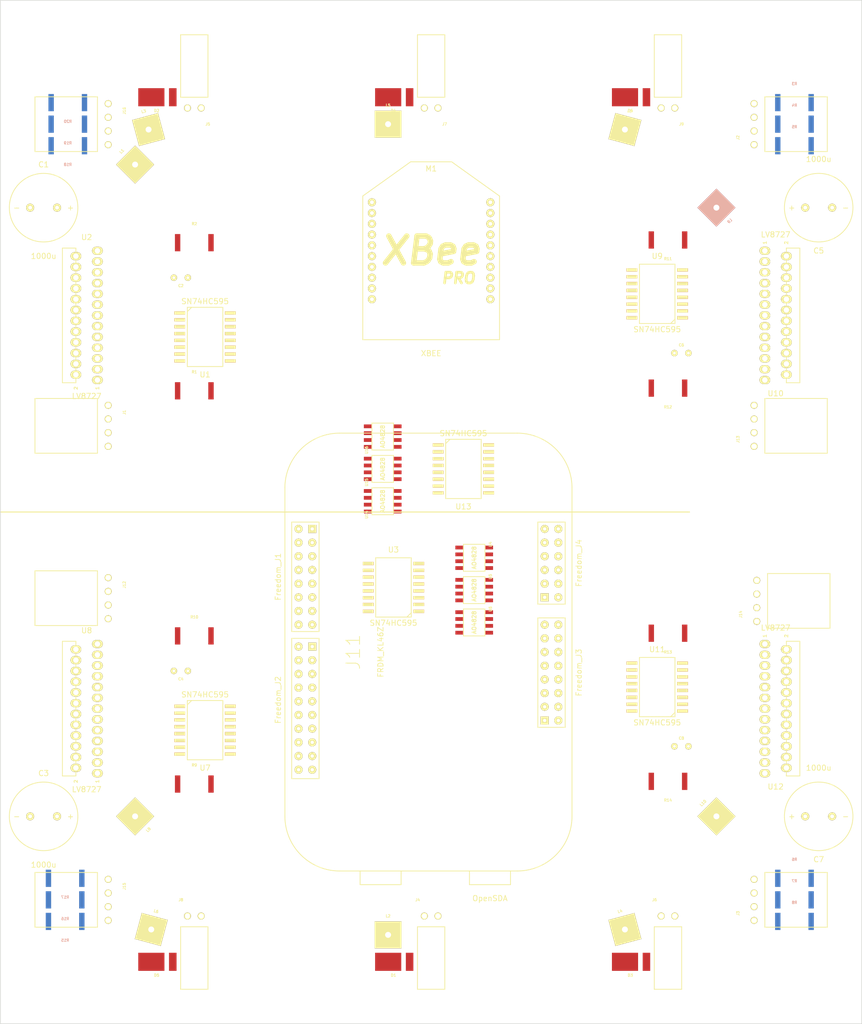
<source format=kicad_pcb>
(kicad_pcb (version 3) (host pcbnew "(2013-07-07 BZR 4022)-stable")

  (general
    (links 244)
    (no_connects 244)
    (area -7.331648 7.18612 332.430306 247.829)
    (thickness 1.6)
    (drawings 5)
    (tracks 0)
    (zones 0)
    (modules 76)
    (nets 127)
  )

  (page A3)
  (layers
    (15 F.Cu signal)
    (0 B.Cu signal)
    (16 B.Adhes user)
    (17 F.Adhes user)
    (18 B.Paste user)
    (19 F.Paste user)
    (20 B.SilkS user)
    (21 F.SilkS user)
    (22 B.Mask user)
    (23 F.Mask user)
    (24 Dwgs.User user)
    (25 Cmts.User user)
    (26 Eco1.User user)
    (27 Eco2.User user)
    (28 Edge.Cuts user)
  )

  (setup
    (last_trace_width 0.254)
    (trace_clearance 0.254)
    (zone_clearance 0.508)
    (zone_45_only no)
    (trace_min 0.254)
    (segment_width 0.2)
    (edge_width 0.1)
    (via_size 0.889)
    (via_drill 0.635)
    (via_min_size 0.889)
    (via_min_drill 0.508)
    (uvia_size 0.508)
    (uvia_drill 0.127)
    (uvias_allowed no)
    (uvia_min_size 0.508)
    (uvia_min_drill 0.127)
    (pcb_text_width 0.3)
    (pcb_text_size 1.5 1.5)
    (mod_edge_width 0.15)
    (mod_text_size 1 1)
    (mod_text_width 0.15)
    (pad_size 1.5 1.5)
    (pad_drill 0.7)
    (pad_to_mask_clearance 0)
    (aux_axis_origin 0 0)
    (visible_elements 7FFFFBFF)
    (pcbplotparams
      (layerselection 3178497)
      (usegerberextensions true)
      (excludeedgelayer true)
      (linewidth 0.150000)
      (plotframeref false)
      (viasonmask false)
      (mode 1)
      (useauxorigin false)
      (hpglpennumber 1)
      (hpglpenspeed 20)
      (hpglpendiameter 15)
      (hpglpenoverlay 2)
      (psnegative false)
      (psa4output false)
      (plotreference true)
      (plotvalue true)
      (plotothertext true)
      (plotinvisibletext false)
      (padsonsilk false)
      (subtractmaskfromsilk false)
      (outputformat 1)
      (mirror false)
      (drillshape 1)
      (scaleselection 1)
      (outputdirectory ""))
  )

  (net 0 "")
  (net 1 +3.3V)
  (net 2 +8V)
  (net 3 /KL46Z_DUAL/L_OE_b)
  (net 4 /KL46Z_DUAL/L_SRCLR_b)
  (net 5 /KL46Z_DUAL/M0_STEP)
  (net 6 /KL46Z_DUAL/M1_STEP)
  (net 7 /KL46Z_DUAL/M2_STEP)
  (net 8 /KL46Z_DUAL/M3_STEP)
  (net 9 /KL46Z_DUAL/M_OE_b)
  (net 10 /KL46Z_DUAL/M_SRCLR_b)
  (net 11 /KL46Z_DUAL/M_VREF)
  (net 12 /KL46Z_DUAL/SCL)
  (net 13 /KL46Z_DUAL/SDATA)
  (net 14 /LED_DUAL_DRIVER0/CS)
  (net 15 /LED_DUAL_DRIVER1/SDIN)
  (net 16 /MOTOR0/CS)
  (net 17 /MOTOR0/FR)
  (net 18 /MOTOR1/FR)
  (net 19 /MOTOR1/SDIN)
  (net 20 /MOTOR2/FR)
  (net 21 /MOTOR2/SDIN)
  (net 22 /MOTOR3/FR)
  (net 23 /MOTOR3/SDIN)
  (net 24 /XBEE0/ON)
  (net 25 /XBEE0/RESET_b)
  (net 26 /XBEE0/RX)
  (net 27 /XBEE0/TX)
  (net 28 GND)
  (net 29 N-00000129)
  (net 30 N-00000130)
  (net 31 N-00000131)
  (net 32 N-00000136)
  (net 33 N-00000137)
  (net 34 N-00000138)
  (net 35 N-00000139)
  (net 36 N-00000140)
  (net 37 N-00000141)
  (net 38 N-00000142)
  (net 39 N-00000143)
  (net 40 N-00000144)
  (net 41 N-00000145)
  (net 42 N-00000146)
  (net 43 N-00000149)
  (net 44 N-00000150)
  (net 45 N-00000151)
  (net 46 N-00000156)
  (net 47 N-00000157)
  (net 48 N-00000158)
  (net 49 N-00000159)
  (net 50 N-00000160)
  (net 51 N-00000161)
  (net 52 N-00000162)
  (net 53 N-00000163)
  (net 54 N-00000164)
  (net 55 N-00000165)
  (net 56 N-00000166)
  (net 57 N-00000169)
  (net 58 N-00000170)
  (net 59 N-00000171)
  (net 60 N-00000176)
  (net 61 N-00000177)
  (net 62 N-00000178)
  (net 63 N-00000179)
  (net 64 N-00000180)
  (net 65 N-00000181)
  (net 66 N-00000182)
  (net 67 N-00000183)
  (net 68 N-00000184)
  (net 69 N-00000185)
  (net 70 N-00000186)
  (net 71 N-00000187)
  (net 72 N-00000188)
  (net 73 N-00000189)
  (net 74 N-00000190)
  (net 75 N-00000191)
  (net 76 N-00000192)
  (net 77 N-00000193)
  (net 78 N-00000194)
  (net 79 N-00000195)
  (net 80 N-00000196)
  (net 81 N-00000197)
  (net 82 N-00000198)
  (net 83 N-00000199)
  (net 84 N-00000200)
  (net 85 N-00000201)
  (net 86 N-00000202)
  (net 87 N-00000205)
  (net 88 N-00000206)
  (net 89 N-0000033)
  (net 90 N-0000034)
  (net 91 N-0000035)
  (net 92 N-0000040)
  (net 93 N-0000041)
  (net 94 N-0000042)
  (net 95 N-0000043)
  (net 96 N-0000044)
  (net 97 N-0000045)
  (net 98 N-0000046)
  (net 99 N-0000047)
  (net 100 N-0000048)
  (net 101 N-0000049)
  (net 102 N-0000050)
  (net 103 N-0000051)
  (net 104 N-0000052)
  (net 105 N-0000053)
  (net 106 N-0000054)
  (net 107 N-0000055)
  (net 108 N-0000056)
  (net 109 N-0000057)
  (net 110 N-0000058)
  (net 111 N-0000059)
  (net 112 N-0000060)
  (net 113 N-0000061)
  (net 114 N-0000062)
  (net 115 N-0000063)
  (net 116 N-0000064)
  (net 117 N-0000065)
  (net 118 N-0000066)
  (net 119 N-0000069)
  (net 120 N-0000070)
  (net 121 N-0000084)
  (net 122 N-0000085)
  (net 123 N-0000086)
  (net 124 N-0000087)
  (net 125 N-0000088)
  (net 126 N-0000089)

  (net_class Default "This is the default net class."
    (clearance 0.254)
    (trace_width 0.254)
    (via_dia 0.889)
    (via_drill 0.635)
    (uvia_dia 0.508)
    (uvia_drill 0.127)
    (add_net "")
    (add_net +3.3V)
    (add_net +8V)
    (add_net /KL46Z_DUAL/L_OE_b)
    (add_net /KL46Z_DUAL/L_SRCLR_b)
    (add_net /KL46Z_DUAL/M0_STEP)
    (add_net /KL46Z_DUAL/M1_STEP)
    (add_net /KL46Z_DUAL/M2_STEP)
    (add_net /KL46Z_DUAL/M3_STEP)
    (add_net /KL46Z_DUAL/M_OE_b)
    (add_net /KL46Z_DUAL/M_SRCLR_b)
    (add_net /KL46Z_DUAL/M_VREF)
    (add_net /KL46Z_DUAL/SCL)
    (add_net /KL46Z_DUAL/SDATA)
    (add_net /LED_DUAL_DRIVER0/CS)
    (add_net /LED_DUAL_DRIVER1/SDIN)
    (add_net /MOTOR0/CS)
    (add_net /MOTOR0/FR)
    (add_net /MOTOR1/FR)
    (add_net /MOTOR1/SDIN)
    (add_net /MOTOR2/FR)
    (add_net /MOTOR2/SDIN)
    (add_net /MOTOR3/FR)
    (add_net /MOTOR3/SDIN)
    (add_net /XBEE0/ON)
    (add_net /XBEE0/RESET_b)
    (add_net /XBEE0/RX)
    (add_net /XBEE0/TX)
    (add_net GND)
    (add_net N-00000129)
    (add_net N-00000130)
    (add_net N-00000131)
    (add_net N-00000136)
    (add_net N-00000137)
    (add_net N-00000138)
    (add_net N-00000139)
    (add_net N-00000140)
    (add_net N-00000141)
    (add_net N-00000142)
    (add_net N-00000143)
    (add_net N-00000144)
    (add_net N-00000145)
    (add_net N-00000146)
    (add_net N-00000149)
    (add_net N-00000150)
    (add_net N-00000151)
    (add_net N-00000156)
    (add_net N-00000157)
    (add_net N-00000158)
    (add_net N-00000159)
    (add_net N-00000160)
    (add_net N-00000161)
    (add_net N-00000162)
    (add_net N-00000163)
    (add_net N-00000164)
    (add_net N-00000165)
    (add_net N-00000166)
    (add_net N-00000169)
    (add_net N-00000170)
    (add_net N-00000171)
    (add_net N-00000176)
    (add_net N-00000177)
    (add_net N-00000178)
    (add_net N-00000179)
    (add_net N-00000180)
    (add_net N-00000181)
    (add_net N-00000182)
    (add_net N-00000183)
    (add_net N-00000184)
    (add_net N-00000185)
    (add_net N-00000186)
    (add_net N-00000187)
    (add_net N-00000188)
    (add_net N-00000189)
    (add_net N-00000190)
    (add_net N-00000191)
    (add_net N-00000192)
    (add_net N-00000193)
    (add_net N-00000194)
    (add_net N-00000195)
    (add_net N-00000196)
    (add_net N-00000197)
    (add_net N-00000198)
    (add_net N-00000199)
    (add_net N-00000200)
    (add_net N-00000201)
    (add_net N-00000202)
    (add_net N-00000205)
    (add_net N-00000206)
    (add_net N-0000033)
    (add_net N-0000034)
    (add_net N-0000035)
    (add_net N-0000040)
    (add_net N-0000041)
    (add_net N-0000042)
    (add_net N-0000043)
    (add_net N-0000044)
    (add_net N-0000045)
    (add_net N-0000046)
    (add_net N-0000047)
    (add_net N-0000048)
    (add_net N-0000049)
    (add_net N-0000050)
    (add_net N-0000051)
    (add_net N-0000052)
    (add_net N-0000053)
    (add_net N-0000054)
    (add_net N-0000055)
    (add_net N-0000056)
    (add_net N-0000057)
    (add_net N-0000058)
    (add_net N-0000059)
    (add_net N-0000060)
    (add_net N-0000061)
    (add_net N-0000062)
    (add_net N-0000063)
    (add_net N-0000064)
    (add_net N-0000065)
    (add_net N-0000066)
    (add_net N-0000069)
    (add_net N-0000070)
    (add_net N-0000084)
    (add_net N-0000085)
    (add_net N-0000086)
    (add_net N-0000087)
    (add_net N-0000088)
    (add_net N-0000089)
  )

  (module _RES (layer B.Cu) (tedit 53B8BF83) (tstamp 53C20DDE)
    (at 275.5 218 180)
    (descr "SMT capacitor, 1206")
    (path /5387F9D3/53880BEC)
    (fp_text reference R6 (at 0 3.5 180) (layer B.SilkS)
      (effects (font (size 0.50038 0.50038) (thickness 0.11938)) (justify mirror))
    )
    (fp_text value 300 (at 0 0 180) (layer B.SilkS) hide
      (effects (font (size 0.50038 0.50038) (thickness 0.11938)) (justify mirror))
    )
    (pad 1 smd rect (at -3.1 0 180) (size 1 3.2)
      (layers B.Cu B.Paste B.Mask)
      (net 120 N-0000070)
    )
    (pad 2 smd rect (at 3.1 0 180) (size 1 3.2)
      (layers B.Cu B.Paste B.Mask)
      (net 111 N-0000059)
    )
    (model smd/capacitors/c_1206.wrl
      (at (xyz 0 0 0))
      (scale (xyz 1 1 1))
      (rotate (xyz 0 0 0))
    )
  )

  (module _RES (layer F.Cu) (tedit 53B8BF83) (tstamp 53C20DE4)
    (at 252 127 180)
    (descr "SMT capacitor, 1206")
    (path /5393E24C/538A3F7A)
    (fp_text reference R12 (at 0 -3.5 180) (layer F.SilkS)
      (effects (font (size 0.50038 0.50038) (thickness 0.11938)))
    )
    (fp_text value 0.27 (at 0 0 180) (layer F.SilkS) hide
      (effects (font (size 0.50038 0.50038) (thickness 0.11938)))
    )
    (pad 1 smd rect (at -3.1 0 180) (size 1 3.2)
      (layers F.Cu F.Paste F.Mask)
      (net 49 N-00000159)
    )
    (pad 2 smd rect (at 3.1 0 180) (size 1 3.2)
      (layers F.Cu F.Paste F.Mask)
      (net 28 GND)
    )
    (model smd/capacitors/c_1206.wrl
      (at (xyz 0 0 0))
      (scale (xyz 1 1 1))
      (rotate (xyz 0 0 0))
    )
  )

  (module _RES (layer F.Cu) (tedit 53B8BF83) (tstamp 53C20DEA)
    (at 252 99.5 180)
    (descr "SMT capacitor, 1206")
    (path /5393E24C/538A3F87)
    (fp_text reference R11 (at 0 -3.5 180) (layer F.SilkS)
      (effects (font (size 0.50038 0.50038) (thickness 0.11938)))
    )
    (fp_text value 0.27 (at 0 0 180) (layer F.SilkS) hide
      (effects (font (size 0.50038 0.50038) (thickness 0.11938)))
    )
    (pad 1 smd rect (at -3.1 0 180) (size 1 3.2)
      (layers F.Cu F.Paste F.Mask)
      (net 51 N-00000161)
    )
    (pad 2 smd rect (at 3.1 0 180) (size 1 3.2)
      (layers F.Cu F.Paste F.Mask)
      (net 28 GND)
    )
    (model smd/capacitors/c_1206.wrl
      (at (xyz 0 0 0))
      (scale (xyz 1 1 1))
      (rotate (xyz 0 0 0))
    )
  )

  (module _RES (layer F.Cu) (tedit 53B8BF83) (tstamp 53C20DF0)
    (at 164 173)
    (descr "SMT capacitor, 1206")
    (path /5393B696/538A3F7A)
    (fp_text reference R10 (at 0 -3.5) (layer F.SilkS)
      (effects (font (size 0.50038 0.50038) (thickness 0.11938)))
    )
    (fp_text value 0.27 (at 0 0) (layer F.SilkS) hide
      (effects (font (size 0.50038 0.50038) (thickness 0.11938)))
    )
    (pad 1 smd rect (at -3.1 0) (size 1 3.2)
      (layers F.Cu F.Paste F.Mask)
      (net 36 N-00000140)
    )
    (pad 2 smd rect (at 3.1 0) (size 1 3.2)
      (layers F.Cu F.Paste F.Mask)
      (net 28 GND)
    )
    (model smd/capacitors/c_1206.wrl
      (at (xyz 0 0 0))
      (scale (xyz 1 1 1))
      (rotate (xyz 0 0 0))
    )
  )

  (module _RES (layer F.Cu) (tedit 53B8BF83) (tstamp 53C20DF6)
    (at 164 200.5)
    (descr "SMT capacitor, 1206")
    (path /5393B696/538A3F87)
    (fp_text reference R9 (at 0 -3.5) (layer F.SilkS)
      (effects (font (size 0.50038 0.50038) (thickness 0.11938)))
    )
    (fp_text value 0.27 (at 0 0) (layer F.SilkS) hide
      (effects (font (size 0.50038 0.50038) (thickness 0.11938)))
    )
    (pad 1 smd rect (at -3.1 0) (size 1 3.2)
      (layers F.Cu F.Paste F.Mask)
      (net 38 N-00000142)
    )
    (pad 2 smd rect (at 3.1 0) (size 1 3.2)
      (layers F.Cu F.Paste F.Mask)
      (net 28 GND)
    )
    (model smd/capacitors/c_1206.wrl
      (at (xyz 0 0 0))
      (scale (xyz 1 1 1))
      (rotate (xyz 0 0 0))
    )
  )

  (module _RES (layer F.Cu) (tedit 53B8BF83) (tstamp 53C20DFC)
    (at 252 200 180)
    (descr "SMT capacitor, 1206")
    (path /5393E5B4/538A3F7A)
    (fp_text reference R14 (at 0 -3.5 180) (layer F.SilkS)
      (effects (font (size 0.50038 0.50038) (thickness 0.11938)))
    )
    (fp_text value 0.27 (at 0 0 180) (layer F.SilkS) hide
      (effects (font (size 0.50038 0.50038) (thickness 0.11938)))
    )
    (pad 1 smd rect (at -3.1 0 180) (size 1 3.2)
      (layers F.Cu F.Paste F.Mask)
      (net 63 N-00000179)
    )
    (pad 2 smd rect (at 3.1 0 180) (size 1 3.2)
      (layers F.Cu F.Paste F.Mask)
      (net 28 GND)
    )
    (model smd/capacitors/c_1206.wrl
      (at (xyz 0 0 0))
      (scale (xyz 1 1 1))
      (rotate (xyz 0 0 0))
    )
  )

  (module _RES (layer F.Cu) (tedit 53B8BF83) (tstamp 53D536B6)
    (at 252 172.5 180)
    (descr "SMT capacitor, 1206")
    (path /5393E5B4/538A3F87)
    (fp_text reference R13 (at 0 -3.5 180) (layer F.SilkS)
      (effects (font (size 0.50038 0.50038) (thickness 0.11938)))
    )
    (fp_text value 0.27 (at 0 0 180) (layer F.SilkS) hide
      (effects (font (size 0.50038 0.50038) (thickness 0.11938)))
    )
    (pad 1 smd rect (at -3.1 0 180) (size 1 3.2)
      (layers F.Cu F.Paste F.Mask)
      (net 65 N-00000181)
    )
    (pad 2 smd rect (at 3.1 0 180) (size 1 3.2)
      (layers F.Cu F.Paste F.Mask)
      (net 28 GND)
    )
    (model smd/capacitors/c_1206.wrl
      (at (xyz 0 0 0))
      (scale (xyz 1 1 1))
      (rotate (xyz 0 0 0))
    )
  )

  (module _RES (layer B.Cu) (tedit 53B8BF83) (tstamp 53C20E08)
    (at 275.5 226 180)
    (descr "SMT capacitor, 1206")
    (path /5387F9D3/53880BF8)
    (fp_text reference R8 (at 0 3.5 180) (layer B.SilkS)
      (effects (font (size 0.50038 0.50038) (thickness 0.11938)) (justify mirror))
    )
    (fp_text value 249 (at 0 0 180) (layer B.SilkS) hide
      (effects (font (size 0.50038 0.50038) (thickness 0.11938)) (justify mirror))
    )
    (pad 1 smd rect (at -3.1 0 180) (size 1 3.2)
      (layers B.Cu B.Paste B.Mask)
      (net 106 N-0000054)
    )
    (pad 2 smd rect (at 3.1 0 180) (size 1 3.2)
      (layers B.Cu B.Paste B.Mask)
      (net 112 N-0000060)
    )
    (model smd/capacitors/c_1206.wrl
      (at (xyz 0 0 0))
      (scale (xyz 1 1 1))
      (rotate (xyz 0 0 0))
    )
  )

  (module _RES (layer B.Cu) (tedit 53B8BF83) (tstamp 53C20E0E)
    (at 275.5 222 180)
    (descr "SMT capacitor, 1206")
    (path /5387F9D3/53880BF2)
    (fp_text reference R7 (at 0 3.5 180) (layer B.SilkS)
      (effects (font (size 0.50038 0.50038) (thickness 0.11938)) (justify mirror))
    )
    (fp_text value 249 (at 0 0 180) (layer B.SilkS) hide
      (effects (font (size 0.50038 0.50038) (thickness 0.11938)) (justify mirror))
    )
    (pad 1 smd rect (at -3.1 0 180) (size 1 3.2)
      (layers B.Cu B.Paste B.Mask)
      (net 103 N-0000051)
    )
    (pad 2 smd rect (at 3.1 0 180) (size 1 3.2)
      (layers B.Cu B.Paste B.Mask)
      (net 107 N-0000055)
    )
    (model smd/capacitors/c_1206.wrl
      (at (xyz 0 0 0))
      (scale (xyz 1 1 1))
      (rotate (xyz 0 0 0))
    )
  )

  (module _RES (layer B.Cu) (tedit 53B8BF83) (tstamp 53C20E14)
    (at 140 226)
    (descr "SMT capacitor, 1206")
    (path /539441D7/53880A79)
    (fp_text reference R15 (at 0 3.5) (layer B.SilkS)
      (effects (font (size 0.50038 0.50038) (thickness 0.11938)) (justify mirror))
    )
    (fp_text value 300 (at 0 0) (layer B.SilkS) hide
      (effects (font (size 0.50038 0.50038) (thickness 0.11938)) (justify mirror))
    )
    (pad 1 smd rect (at -3.1 0) (size 1 3.2)
      (layers B.Cu B.Paste B.Mask)
      (net 71 N-00000187)
    )
    (pad 2 smd rect (at 3.1 0) (size 1 3.2)
      (layers B.Cu B.Paste B.Mask)
      (net 75 N-00000191)
    )
    (model smd/capacitors/c_1206.wrl
      (at (xyz 0 0 0))
      (scale (xyz 1 1 1))
      (rotate (xyz 0 0 0))
    )
  )

  (module _RES (layer B.Cu) (tedit 53B8BF83) (tstamp 53C20E1A)
    (at 275.5 82 180)
    (descr "SMT capacitor, 1206")
    (path /5387F9D3/53880A85)
    (fp_text reference R5 (at 0 3.5 180) (layer B.SilkS)
      (effects (font (size 0.50038 0.50038) (thickness 0.11938)) (justify mirror))
    )
    (fp_text value 249 (at 0 0 180) (layer B.SilkS) hide
      (effects (font (size 0.50038 0.50038) (thickness 0.11938)) (justify mirror))
    )
    (pad 1 smd rect (at -3.1 0 180) (size 1 3.2)
      (layers B.Cu B.Paste B.Mask)
      (net 119 N-0000069)
    )
    (pad 2 smd rect (at 3.1 0 180) (size 1 3.2)
      (layers B.Cu B.Paste B.Mask)
      (net 110 N-0000058)
    )
    (model smd/capacitors/c_1206.wrl
      (at (xyz 0 0 0))
      (scale (xyz 1 1 1))
      (rotate (xyz 0 0 0))
    )
  )

  (module _RES (layer B.Cu) (tedit 53B8BF83) (tstamp 53CAABC5)
    (at 275.5 74 180)
    (descr "SMT capacitor, 1206")
    (path /5387F9D3/53880A79)
    (fp_text reference R3 (at 0 3.5 180) (layer B.SilkS)
      (effects (font (size 0.50038 0.50038) (thickness 0.11938)) (justify mirror))
    )
    (fp_text value 300 (at 0 0 180) (layer B.SilkS) hide
      (effects (font (size 0.50038 0.50038) (thickness 0.11938)) (justify mirror))
    )
    (pad 1 smd rect (at -3.1 0 180) (size 1 3.2)
      (layers B.Cu B.Paste B.Mask)
      (net 104 N-0000052)
    )
    (pad 2 smd rect (at 3.1 0 180) (size 1 3.2)
      (layers B.Cu B.Paste B.Mask)
      (net 108 N-0000056)
    )
    (model smd/capacitors/c_1206.wrl
      (at (xyz 0 0 0))
      (scale (xyz 1 1 1))
      (rotate (xyz 0 0 0))
    )
  )

  (module _RES (layer B.Cu) (tedit 53B8BF83) (tstamp 53C20E26)
    (at 140 222)
    (descr "SMT capacitor, 1206")
    (path /539441D7/53880A7F)
    (fp_text reference R16 (at 0 3.5) (layer B.SilkS)
      (effects (font (size 0.50038 0.50038) (thickness 0.11938)) (justify mirror))
    )
    (fp_text value 249 (at 0 0) (layer B.SilkS) hide
      (effects (font (size 0.50038 0.50038) (thickness 0.11938)) (justify mirror))
    )
    (pad 1 smd rect (at -3.1 0) (size 1 3.2)
      (layers B.Cu B.Paste B.Mask)
      (net 72 N-00000188)
    )
    (pad 2 smd rect (at 3.1 0) (size 1 3.2)
      (layers B.Cu B.Paste B.Mask)
      (net 76 N-00000192)
    )
    (model smd/capacitors/c_1206.wrl
      (at (xyz 0 0 0))
      (scale (xyz 1 1 1))
      (rotate (xyz 0 0 0))
    )
  )

  (module _RES (layer F.Cu) (tedit 53B8BF83) (tstamp 53C20E2C)
    (at 164 100)
    (descr "SMT capacitor, 1206")
    (path /5387F799/538A3F7A)
    (fp_text reference R2 (at 0 -3.5) (layer F.SilkS)
      (effects (font (size 0.50038 0.50038) (thickness 0.11938)))
    )
    (fp_text value 0.27 (at 0 0) (layer F.SilkS) hide
      (effects (font (size 0.50038 0.50038) (thickness 0.11938)))
    )
    (pad 1 smd rect (at -3.1 0) (size 1 3.2)
      (layers F.Cu F.Paste F.Mask)
      (net 95 N-0000043)
    )
    (pad 2 smd rect (at 3.1 0) (size 1 3.2)
      (layers F.Cu F.Paste F.Mask)
      (net 28 GND)
    )
    (model smd/capacitors/c_1206.wrl
      (at (xyz 0 0 0))
      (scale (xyz 1 1 1))
      (rotate (xyz 0 0 0))
    )
  )

  (module _RES (layer F.Cu) (tedit 53B8BF83) (tstamp 53C20E32)
    (at 164 127.5)
    (descr "SMT capacitor, 1206")
    (path /5387F799/538A3F87)
    (fp_text reference R1 (at 0 -3.5) (layer F.SilkS)
      (effects (font (size 0.50038 0.50038) (thickness 0.11938)))
    )
    (fp_text value 0.27 (at 0 0) (layer F.SilkS) hide
      (effects (font (size 0.50038 0.50038) (thickness 0.11938)))
    )
    (pad 1 smd rect (at -3.1 0) (size 1 3.2)
      (layers F.Cu F.Paste F.Mask)
      (net 97 N-0000045)
    )
    (pad 2 smd rect (at 3.1 0) (size 1 3.2)
      (layers F.Cu F.Paste F.Mask)
      (net 28 GND)
    )
    (model smd/capacitors/c_1206.wrl
      (at (xyz 0 0 0))
      (scale (xyz 1 1 1))
      (rotate (xyz 0 0 0))
    )
  )

  (module _RES (layer B.Cu) (tedit 53B8BF83) (tstamp 53C20E38)
    (at 140 218)
    (descr "SMT capacitor, 1206")
    (path /539441D7/53880A85)
    (fp_text reference R17 (at 0 3.5) (layer B.SilkS)
      (effects (font (size 0.50038 0.50038) (thickness 0.11938)) (justify mirror))
    )
    (fp_text value 249 (at 0 0) (layer B.SilkS) hide
      (effects (font (size 0.50038 0.50038) (thickness 0.11938)) (justify mirror))
    )
    (pad 1 smd rect (at -3.1 0) (size 1 3.2)
      (layers B.Cu B.Paste B.Mask)
      (net 87 N-00000205)
    )
    (pad 2 smd rect (at 3.1 0) (size 1 3.2)
      (layers B.Cu B.Paste B.Mask)
      (net 77 N-00000193)
    )
    (model smd/capacitors/c_1206.wrl
      (at (xyz 0 0 0))
      (scale (xyz 1 1 1))
      (rotate (xyz 0 0 0))
    )
  )

  (module _RES (layer B.Cu) (tedit 53B8BF83) (tstamp 53C20E3E)
    (at 140.5 74)
    (descr "SMT capacitor, 1206")
    (path /539441D7/53880BF8)
    (fp_text reference R20 (at 0 3.5) (layer B.SilkS)
      (effects (font (size 0.50038 0.50038) (thickness 0.11938)) (justify mirror))
    )
    (fp_text value 249 (at 0 0) (layer B.SilkS) hide
      (effects (font (size 0.50038 0.50038) (thickness 0.11938)) (justify mirror))
    )
    (pad 1 smd rect (at -3.1 0) (size 1 3.2)
      (layers B.Cu B.Paste B.Mask)
      (net 74 N-00000190)
    )
    (pad 2 smd rect (at 3.1 0) (size 1 3.2)
      (layers B.Cu B.Paste B.Mask)
      (net 80 N-00000196)
    )
    (model smd/capacitors/c_1206.wrl
      (at (xyz 0 0 0))
      (scale (xyz 1 1 1))
      (rotate (xyz 0 0 0))
    )
  )

  (module _RES (layer B.Cu) (tedit 53B8BF83) (tstamp 53C20E44)
    (at 140.5 78)
    (descr "SMT capacitor, 1206")
    (path /539441D7/53880BF2)
    (fp_text reference R19 (at 0 3.5) (layer B.SilkS)
      (effects (font (size 0.50038 0.50038) (thickness 0.11938)) (justify mirror))
    )
    (fp_text value 249 (at 0 0) (layer B.SilkS) hide
      (effects (font (size 0.50038 0.50038) (thickness 0.11938)) (justify mirror))
    )
    (pad 1 smd rect (at -3.1 0) (size 1 3.2)
      (layers B.Cu B.Paste B.Mask)
      (net 73 N-00000189)
    )
    (pad 2 smd rect (at 3.1 0) (size 1 3.2)
      (layers B.Cu B.Paste B.Mask)
      (net 79 N-00000195)
    )
    (model smd/capacitors/c_1206.wrl
      (at (xyz 0 0 0))
      (scale (xyz 1 1 1))
      (rotate (xyz 0 0 0))
    )
  )

  (module _RES (layer B.Cu) (tedit 53B8BF83) (tstamp 53C20E4A)
    (at 140.5 82)
    (descr "SMT capacitor, 1206")
    (path /539441D7/53880BEC)
    (fp_text reference R18 (at 0 3.5) (layer B.SilkS)
      (effects (font (size 0.50038 0.50038) (thickness 0.11938)) (justify mirror))
    )
    (fp_text value 300 (at 0 0) (layer B.SilkS) hide
      (effects (font (size 0.50038 0.50038) (thickness 0.11938)) (justify mirror))
    )
    (pad 1 smd rect (at -3.1 0) (size 1 3.2)
      (layers B.Cu B.Paste B.Mask)
      (net 88 N-00000206)
    )
    (pad 2 smd rect (at 3.1 0) (size 1 3.2)
      (layers B.Cu B.Paste B.Mask)
      (net 78 N-00000194)
    )
    (model smd/capacitors/c_1206.wrl
      (at (xyz 0 0 0))
      (scale (xyz 1 1 1))
      (rotate (xyz 0 0 0))
    )
  )

  (module _RES (layer B.Cu) (tedit 53B8BF83) (tstamp 53C20E50)
    (at 275.5 78 180)
    (descr "SMT capacitor, 1206")
    (path /5387F9D3/53880A7F)
    (fp_text reference R4 (at 0 3.5 180) (layer B.SilkS)
      (effects (font (size 0.50038 0.50038) (thickness 0.11938)) (justify mirror))
    )
    (fp_text value 249 (at 0 0 180) (layer B.SilkS) hide
      (effects (font (size 0.50038 0.50038) (thickness 0.11938)) (justify mirror))
    )
    (pad 1 smd rect (at -3.1 0 180) (size 1 3.2)
      (layers B.Cu B.Paste B.Mask)
      (net 105 N-0000053)
    )
    (pad 2 smd rect (at 3.1 0 180) (size 1 3.2)
      (layers B.Cu B.Paste B.Mask)
      (net 109 N-0000057)
    )
    (model smd/capacitors/c_1206.wrl
      (at (xyz 0 0 0))
      (scale (xyz 1 1 1))
      (rotate (xyz 0 0 0))
    )
  )

  (module __XBeePro (layer F.Cu) (tedit 53CAFB5D) (tstamp 53C20E70)
    (at 208 101.5)
    (path /5387FD7B/538988F6)
    (fp_text reference M1 (at 0 -15.24) (layer F.SilkS)
      (effects (font (size 1 1) (thickness 0.15)))
    )
    (fp_text value XBEE (at 0 19.05) (layer F.SilkS)
      (effects (font (size 1 1) (thickness 0.15)))
    )
    (fp_text user PRO (at 5.08 5.08) (layer F.SilkS)
      (effects (font (size 2 2) (thickness 0.5) italic))
    )
    (fp_text user XBee (at 0 0) (layer F.SilkS)
      (effects (font (size 5 5) (thickness 1) italic))
    )
    (fp_line (start 3.81 -16.51) (end -3.81 -16.51) (layer F.SilkS) (width 0.15))
    (fp_line (start 12.7 -10.16) (end 3.81 -16.51) (layer F.SilkS) (width 0.15))
    (fp_line (start -12.7 -10.16) (end -3.81 -16.51) (layer F.SilkS) (width 0.15))
    (fp_line (start -12.7 16.51) (end -12.7 -10.16) (layer F.SilkS) (width 0.15))
    (fp_line (start 12.7 16.51) (end -12.7 16.51) (layer F.SilkS) (width 0.15))
    (fp_line (start 12.7 -10.16) (end 12.7 16.51) (layer F.SilkS) (width 0.15))
    (pad 1 thru_hole circle (at -11 -9) (size 1.5 1.5) (drill 0.7)
      (layers *.Cu *.Mask F.SilkS)
      (net 1 +3.3V)
    )
    (pad 2 thru_hole circle (at -11 -7) (size 1.5 1.5) (drill 0.7)
      (layers *.Cu *.Mask F.SilkS)
      (net 26 /XBEE0/RX)
    )
    (pad 3 thru_hole circle (at -11 -5) (size 1.5 1.5) (drill 0.7)
      (layers *.Cu *.Mask F.SilkS)
      (net 27 /XBEE0/TX)
    )
    (pad 4 thru_hole circle (at -11 -3) (size 1.5 1.5) (drill 0.7)
      (layers *.Cu *.Mask F.SilkS)
    )
    (pad 5 thru_hole circle (at -11 -1) (size 1.5 1.5) (drill 0.7)
      (layers *.Cu *.Mask F.SilkS)
      (net 25 /XBEE0/RESET_b)
    )
    (pad 6 thru_hole circle (at -11 1) (size 1.5 1.5) (drill 0.7)
      (layers *.Cu *.Mask F.SilkS)
    )
    (pad 7 thru_hole circle (at -11 3) (size 1.5 1.5) (drill 0.7)
      (layers *.Cu *.Mask F.SilkS)
    )
    (pad 8 thru_hole circle (at -11 5) (size 1.5 1.5) (drill 0.7)
      (layers *.Cu *.Mask F.SilkS)
    )
    (pad 9 thru_hole circle (at -11 7) (size 1.5 1.5) (drill 0.7)
      (layers *.Cu *.Mask F.SilkS)
    )
    (pad 10 thru_hole circle (at -11 9) (size 1.5 1.5) (drill 0.7)
      (layers *.Cu *.Mask F.SilkS)
      (net 28 GND)
    )
    (pad 11 thru_hole circle (at 11 9) (size 1.5 1.5) (drill 0.7)
      (layers *.Cu *.Mask F.SilkS)
    )
    (pad 12 thru_hole circle (at 11 7) (size 1.5 1.5) (drill 0.7)
      (layers *.Cu *.Mask F.SilkS)
    )
    (pad 13 thru_hole circle (at 11 5) (size 1.5 1.5) (drill 0.7)
      (layers *.Cu *.Mask F.SilkS)
      (net 24 /XBEE0/ON)
    )
    (pad 14 thru_hole circle (at 11 3) (size 1.5 1.5) (drill 0.7)
      (layers *.Cu *.Mask F.SilkS)
      (net 1 +3.3V)
    )
    (pad 15 thru_hole circle (at 11 1) (size 1.5 1.5) (drill 0.7)
      (layers *.Cu *.Mask F.SilkS)
    )
    (pad 16 thru_hole circle (at 11 -1) (size 1.5 1.5) (drill 0.7)
      (layers *.Cu *.Mask F.SilkS)
    )
    (pad 17 thru_hole circle (at 11 -3) (size 1.5 1.5) (drill 0.7)
      (layers *.Cu *.Mask F.SilkS)
    )
    (pad 18 thru_hole circle (at 11 -5) (size 1.5 1.5) (drill 0.7)
      (layers *.Cu *.Mask F.SilkS)
    )
    (pad 19 thru_hole circle (at 11 -7) (size 1.5 1.5) (drill 0.7)
      (layers *.Cu *.Mask F.SilkS)
    )
    (pad 20 thru_hole circle (at 11 -9) (size 1.5 1.5) (drill 0.7)
      (layers *.Cu *.Mask F.SilkS)
    )
  )

  (module __SN74HC595 (layer F.Cu) (tedit 53C1A018) (tstamp 53C20E89)
    (at 166 190.5 270)
    (path /5393B696/53880692)
    (fp_text reference U7 (at 7 0 360) (layer F.SilkS)
      (effects (font (size 1 1) (thickness 0.15)))
    )
    (fp_text value SN74HC595 (at -6.6 0 360) (layer F.SilkS)
      (effects (font (size 1 1) (thickness 0.15)))
    )
    (fp_line (start -5.5 2.5) (end -4.7 3.3) (layer F.SilkS) (width 0.15))
    (fp_line (start -5.5 -3.3) (end 5.5 -3.3) (layer F.SilkS) (width 0.15))
    (fp_line (start 5.5 -3.3) (end 5.5 3.3) (layer F.SilkS) (width 0.15))
    (fp_line (start 5.5 3.3) (end -5.5 3.3) (layer F.SilkS) (width 0.15))
    (fp_line (start -5.5 3.3) (end -5.5 -3.3) (layer F.SilkS) (width 0.15))
    (pad 1 smd rect (at -4.445 4.7 270) (size 0.6 2)
      (layers F.Cu F.Paste F.SilkS F.Mask)
    )
    (pad 2 smd rect (at -3.175 4.7 270) (size 0.6 2)
      (layers F.Cu F.Paste F.SilkS F.Mask)
      (net 42 N-00000146)
    )
    (pad 3 smd rect (at -1.905 4.7 270) (size 0.6 2)
      (layers F.Cu F.Paste F.SilkS F.Mask)
      (net 37 N-00000141)
    )
    (pad 4 smd rect (at -0.635 4.7 270) (size 0.6 2)
      (layers F.Cu F.Paste F.SilkS F.Mask)
      (net 41 N-00000145)
    )
    (pad 5 smd rect (at 0.635 4.7 270) (size 0.6 2)
      (layers F.Cu F.Paste F.SilkS F.Mask)
      (net 40 N-00000144)
    )
    (pad 6 smd rect (at 1.905 4.7 270) (size 0.6 2)
      (layers F.Cu F.Paste F.SilkS F.Mask)
      (net 39 N-00000143)
    )
    (pad 7 smd rect (at 3.175 4.7 270) (size 0.6 2)
      (layers F.Cu F.Paste F.SilkS F.Mask)
      (net 33 N-00000137)
    )
    (pad 8 smd rect (at 4.445 4.7 270) (size 0.6 2)
      (layers F.Cu F.Paste F.SilkS F.Mask)
      (net 28 GND)
    )
    (pad 9 smd rect (at 4.445 -4.7 270) (size 0.6 2)
      (layers F.Cu F.Paste F.SilkS F.Mask)
      (net 21 /MOTOR2/SDIN)
    )
    (pad 10 smd rect (at 3.175 -4.7 270) (size 0.6 2)
      (layers F.Cu F.Paste F.SilkS F.Mask)
      (net 10 /KL46Z_DUAL/M_SRCLR_b)
    )
    (pad 11 smd rect (at 1.905 -4.7 270) (size 0.6 2)
      (layers F.Cu F.Paste F.SilkS F.Mask)
      (net 12 /KL46Z_DUAL/SCL)
    )
    (pad 12 smd rect (at 0.635 -4.7 270) (size 0.6 2)
      (layers F.Cu F.Paste F.SilkS F.Mask)
      (net 16 /MOTOR0/CS)
    )
    (pad 13 smd rect (at -0.635 -4.7 270) (size 0.6 2)
      (layers F.Cu F.Paste F.SilkS F.Mask)
      (net 9 /KL46Z_DUAL/M_OE_b)
    )
    (pad 14 smd rect (at -1.905 -4.7 270) (size 0.6 2)
      (layers F.Cu F.Paste F.SilkS F.Mask)
      (net 19 /MOTOR1/SDIN)
    )
    (pad 15 smd rect (at -3.175 -4.7 270) (size 0.6 2)
      (layers F.Cu F.Paste F.SilkS F.Mask)
    )
    (pad 16 smd rect (at -4.445 -4.7 270) (size 0.6 2)
      (layers F.Cu F.Paste F.SilkS F.Mask)
      (net 1 +3.3V)
    )
  )

  (module __SN74HC595 (layer F.Cu) (tedit 53C1A018) (tstamp 53C20EA2)
    (at 214 142 270)
    (path /539441D7/53880946)
    (fp_text reference U13 (at 7 0 360) (layer F.SilkS)
      (effects (font (size 1 1) (thickness 0.15)))
    )
    (fp_text value SN74HC595 (at -6.6 0 360) (layer F.SilkS)
      (effects (font (size 1 1) (thickness 0.15)))
    )
    (fp_line (start -5.5 2.5) (end -4.7 3.3) (layer F.SilkS) (width 0.15))
    (fp_line (start -5.5 -3.3) (end 5.5 -3.3) (layer F.SilkS) (width 0.15))
    (fp_line (start 5.5 -3.3) (end 5.5 3.3) (layer F.SilkS) (width 0.15))
    (fp_line (start 5.5 3.3) (end -5.5 3.3) (layer F.SilkS) (width 0.15))
    (fp_line (start -5.5 3.3) (end -5.5 -3.3) (layer F.SilkS) (width 0.15))
    (pad 1 smd rect (at -4.445 4.7 270) (size 0.6 2)
      (layers F.Cu F.Paste F.SilkS F.Mask)
    )
    (pad 2 smd rect (at -3.175 4.7 270) (size 0.6 2)
      (layers F.Cu F.Paste F.SilkS F.Mask)
      (net 81 N-00000197)
    )
    (pad 3 smd rect (at -1.905 4.7 270) (size 0.6 2)
      (layers F.Cu F.Paste F.SilkS F.Mask)
      (net 82 N-00000198)
    )
    (pad 4 smd rect (at -0.635 4.7 270) (size 0.6 2)
      (layers F.Cu F.Paste F.SilkS F.Mask)
      (net 83 N-00000199)
    )
    (pad 5 smd rect (at 0.635 4.7 270) (size 0.6 2)
      (layers F.Cu F.Paste F.SilkS F.Mask)
      (net 86 N-00000202)
    )
    (pad 6 smd rect (at 1.905 4.7 270) (size 0.6 2)
      (layers F.Cu F.Paste F.SilkS F.Mask)
      (net 85 N-00000201)
    )
    (pad 7 smd rect (at 3.175 4.7 270) (size 0.6 2)
      (layers F.Cu F.Paste F.SilkS F.Mask)
      (net 84 N-00000200)
    )
    (pad 8 smd rect (at 4.445 4.7 270) (size 0.6 2)
      (layers F.Cu F.Paste F.SilkS F.Mask)
      (net 28 GND)
    )
    (pad 9 smd rect (at 4.445 -4.7 270) (size 0.6 2)
      (layers F.Cu F.Paste F.SilkS F.Mask)
      (net 15 /LED_DUAL_DRIVER1/SDIN)
    )
    (pad 10 smd rect (at 3.175 -4.7 270) (size 0.6 2)
      (layers F.Cu F.Paste F.SilkS F.Mask)
      (net 4 /KL46Z_DUAL/L_SRCLR_b)
    )
    (pad 11 smd rect (at 1.905 -4.7 270) (size 0.6 2)
      (layers F.Cu F.Paste F.SilkS F.Mask)
      (net 12 /KL46Z_DUAL/SCL)
    )
    (pad 12 smd rect (at 0.635 -4.7 270) (size 0.6 2)
      (layers F.Cu F.Paste F.SilkS F.Mask)
      (net 14 /LED_DUAL_DRIVER0/CS)
    )
    (pad 13 smd rect (at -0.635 -4.7 270) (size 0.6 2)
      (layers F.Cu F.Paste F.SilkS F.Mask)
      (net 3 /KL46Z_DUAL/L_OE_b)
    )
    (pad 14 smd rect (at -1.905 -4.7 270) (size 0.6 2)
      (layers F.Cu F.Paste F.SilkS F.Mask)
      (net 13 /KL46Z_DUAL/SDATA)
    )
    (pad 15 smd rect (at -3.175 -4.7 270) (size 0.6 2)
      (layers F.Cu F.Paste F.SilkS F.Mask)
    )
    (pad 16 smd rect (at -4.445 -4.7 270) (size 0.6 2)
      (layers F.Cu F.Paste F.SilkS F.Mask)
      (net 1 +3.3V)
    )
  )

  (module __SN74HC595 (layer F.Cu) (tedit 53C1A018) (tstamp 53C20EBB)
    (at 250 182.5 90)
    (path /5393E5B4/53880692)
    (fp_text reference U11 (at 7 0 180) (layer F.SilkS)
      (effects (font (size 1 1) (thickness 0.15)))
    )
    (fp_text value SN74HC595 (at -6.6 0 180) (layer F.SilkS)
      (effects (font (size 1 1) (thickness 0.15)))
    )
    (fp_line (start -5.5 2.5) (end -4.7 3.3) (layer F.SilkS) (width 0.15))
    (fp_line (start -5.5 -3.3) (end 5.5 -3.3) (layer F.SilkS) (width 0.15))
    (fp_line (start 5.5 -3.3) (end 5.5 3.3) (layer F.SilkS) (width 0.15))
    (fp_line (start 5.5 3.3) (end -5.5 3.3) (layer F.SilkS) (width 0.15))
    (fp_line (start -5.5 3.3) (end -5.5 -3.3) (layer F.SilkS) (width 0.15))
    (pad 1 smd rect (at -4.445 4.7 90) (size 0.6 2)
      (layers F.Cu F.Paste F.SilkS F.Mask)
    )
    (pad 2 smd rect (at -3.175 4.7 90) (size 0.6 2)
      (layers F.Cu F.Paste F.SilkS F.Mask)
      (net 69 N-00000185)
    )
    (pad 3 smd rect (at -1.905 4.7 90) (size 0.6 2)
      (layers F.Cu F.Paste F.SilkS F.Mask)
      (net 68 N-00000184)
    )
    (pad 4 smd rect (at -0.635 4.7 90) (size 0.6 2)
      (layers F.Cu F.Paste F.SilkS F.Mask)
      (net 67 N-00000183)
    )
    (pad 5 smd rect (at 0.635 4.7 90) (size 0.6 2)
      (layers F.Cu F.Paste F.SilkS F.Mask)
      (net 64 N-00000180)
    )
    (pad 6 smd rect (at 1.905 4.7 90) (size 0.6 2)
      (layers F.Cu F.Paste F.SilkS F.Mask)
      (net 66 N-00000182)
    )
    (pad 7 smd rect (at 3.175 4.7 90) (size 0.6 2)
      (layers F.Cu F.Paste F.SilkS F.Mask)
      (net 60 N-00000176)
    )
    (pad 8 smd rect (at 4.445 4.7 90) (size 0.6 2)
      (layers F.Cu F.Paste F.SilkS F.Mask)
      (net 28 GND)
    )
    (pad 9 smd rect (at 4.445 -4.7 90) (size 0.6 2)
      (layers F.Cu F.Paste F.SilkS F.Mask)
    )
    (pad 10 smd rect (at 3.175 -4.7 90) (size 0.6 2)
      (layers F.Cu F.Paste F.SilkS F.Mask)
      (net 10 /KL46Z_DUAL/M_SRCLR_b)
    )
    (pad 11 smd rect (at 1.905 -4.7 90) (size 0.6 2)
      (layers F.Cu F.Paste F.SilkS F.Mask)
      (net 12 /KL46Z_DUAL/SCL)
    )
    (pad 12 smd rect (at 0.635 -4.7 90) (size 0.6 2)
      (layers F.Cu F.Paste F.SilkS F.Mask)
      (net 16 /MOTOR0/CS)
    )
    (pad 13 smd rect (at -0.635 -4.7 90) (size 0.6 2)
      (layers F.Cu F.Paste F.SilkS F.Mask)
      (net 9 /KL46Z_DUAL/M_OE_b)
    )
    (pad 14 smd rect (at -1.905 -4.7 90) (size 0.6 2)
      (layers F.Cu F.Paste F.SilkS F.Mask)
      (net 23 /MOTOR3/SDIN)
    )
    (pad 15 smd rect (at -3.175 -4.7 90) (size 0.6 2)
      (layers F.Cu F.Paste F.SilkS F.Mask)
    )
    (pad 16 smd rect (at -4.445 -4.7 90) (size 0.6 2)
      (layers F.Cu F.Paste F.SilkS F.Mask)
      (net 1 +3.3V)
    )
  )

  (module __SN74HC595 (layer F.Cu) (tedit 53C1A018) (tstamp 53C20ED4)
    (at 201 164 90)
    (path /5387F9D3/53880946)
    (fp_text reference U3 (at 7 0 180) (layer F.SilkS)
      (effects (font (size 1 1) (thickness 0.15)))
    )
    (fp_text value SN74HC595 (at -6.6 0 180) (layer F.SilkS)
      (effects (font (size 1 1) (thickness 0.15)))
    )
    (fp_line (start -5.5 2.5) (end -4.7 3.3) (layer F.SilkS) (width 0.15))
    (fp_line (start -5.5 -3.3) (end 5.5 -3.3) (layer F.SilkS) (width 0.15))
    (fp_line (start 5.5 -3.3) (end 5.5 3.3) (layer F.SilkS) (width 0.15))
    (fp_line (start 5.5 3.3) (end -5.5 3.3) (layer F.SilkS) (width 0.15))
    (fp_line (start -5.5 3.3) (end -5.5 -3.3) (layer F.SilkS) (width 0.15))
    (pad 1 smd rect (at -4.445 4.7 90) (size 0.6 2)
      (layers F.Cu F.Paste F.SilkS F.Mask)
    )
    (pad 2 smd rect (at -3.175 4.7 90) (size 0.6 2)
      (layers F.Cu F.Paste F.SilkS F.Mask)
      (net 113 N-0000061)
    )
    (pad 3 smd rect (at -1.905 4.7 90) (size 0.6 2)
      (layers F.Cu F.Paste F.SilkS F.Mask)
      (net 114 N-0000062)
    )
    (pad 4 smd rect (at -0.635 4.7 90) (size 0.6 2)
      (layers F.Cu F.Paste F.SilkS F.Mask)
      (net 115 N-0000063)
    )
    (pad 5 smd rect (at 0.635 4.7 90) (size 0.6 2)
      (layers F.Cu F.Paste F.SilkS F.Mask)
      (net 118 N-0000066)
    )
    (pad 6 smd rect (at 1.905 4.7 90) (size 0.6 2)
      (layers F.Cu F.Paste F.SilkS F.Mask)
      (net 117 N-0000065)
    )
    (pad 7 smd rect (at 3.175 4.7 90) (size 0.6 2)
      (layers F.Cu F.Paste F.SilkS F.Mask)
      (net 116 N-0000064)
    )
    (pad 8 smd rect (at 4.445 4.7 90) (size 0.6 2)
      (layers F.Cu F.Paste F.SilkS F.Mask)
      (net 28 GND)
    )
    (pad 9 smd rect (at 4.445 -4.7 90) (size 0.6 2)
      (layers F.Cu F.Paste F.SilkS F.Mask)
    )
    (pad 10 smd rect (at 3.175 -4.7 90) (size 0.6 2)
      (layers F.Cu F.Paste F.SilkS F.Mask)
      (net 4 /KL46Z_DUAL/L_SRCLR_b)
    )
    (pad 11 smd rect (at 1.905 -4.7 90) (size 0.6 2)
      (layers F.Cu F.Paste F.SilkS F.Mask)
      (net 12 /KL46Z_DUAL/SCL)
    )
    (pad 12 smd rect (at 0.635 -4.7 90) (size 0.6 2)
      (layers F.Cu F.Paste F.SilkS F.Mask)
      (net 14 /LED_DUAL_DRIVER0/CS)
    )
    (pad 13 smd rect (at -0.635 -4.7 90) (size 0.6 2)
      (layers F.Cu F.Paste F.SilkS F.Mask)
      (net 3 /KL46Z_DUAL/L_OE_b)
    )
    (pad 14 smd rect (at -1.905 -4.7 90) (size 0.6 2)
      (layers F.Cu F.Paste F.SilkS F.Mask)
      (net 15 /LED_DUAL_DRIVER1/SDIN)
    )
    (pad 15 smd rect (at -3.175 -4.7 90) (size 0.6 2)
      (layers F.Cu F.Paste F.SilkS F.Mask)
    )
    (pad 16 smd rect (at -4.445 -4.7 90) (size 0.6 2)
      (layers F.Cu F.Paste F.SilkS F.Mask)
      (net 1 +3.3V)
    )
  )

  (module __SN74HC595 (layer F.Cu) (tedit 53C1A018) (tstamp 53C20EED)
    (at 250 109.5 90)
    (path /5393E24C/53880692)
    (fp_text reference U9 (at 7 0 180) (layer F.SilkS)
      (effects (font (size 1 1) (thickness 0.15)))
    )
    (fp_text value SN74HC595 (at -6.6 0 180) (layer F.SilkS)
      (effects (font (size 1 1) (thickness 0.15)))
    )
    (fp_line (start -5.5 2.5) (end -4.7 3.3) (layer F.SilkS) (width 0.15))
    (fp_line (start -5.5 -3.3) (end 5.5 -3.3) (layer F.SilkS) (width 0.15))
    (fp_line (start 5.5 -3.3) (end 5.5 3.3) (layer F.SilkS) (width 0.15))
    (fp_line (start 5.5 3.3) (end -5.5 3.3) (layer F.SilkS) (width 0.15))
    (fp_line (start -5.5 3.3) (end -5.5 -3.3) (layer F.SilkS) (width 0.15))
    (pad 1 smd rect (at -4.445 4.7 90) (size 0.6 2)
      (layers F.Cu F.Paste F.SilkS F.Mask)
    )
    (pad 2 smd rect (at -3.175 4.7 90) (size 0.6 2)
      (layers F.Cu F.Paste F.SilkS F.Mask)
      (net 55 N-00000165)
    )
    (pad 3 smd rect (at -1.905 4.7 90) (size 0.6 2)
      (layers F.Cu F.Paste F.SilkS F.Mask)
      (net 54 N-00000164)
    )
    (pad 4 smd rect (at -0.635 4.7 90) (size 0.6 2)
      (layers F.Cu F.Paste F.SilkS F.Mask)
      (net 53 N-00000163)
    )
    (pad 5 smd rect (at 0.635 4.7 90) (size 0.6 2)
      (layers F.Cu F.Paste F.SilkS F.Mask)
      (net 50 N-00000160)
    )
    (pad 6 smd rect (at 1.905 4.7 90) (size 0.6 2)
      (layers F.Cu F.Paste F.SilkS F.Mask)
      (net 52 N-00000162)
    )
    (pad 7 smd rect (at 3.175 4.7 90) (size 0.6 2)
      (layers F.Cu F.Paste F.SilkS F.Mask)
      (net 48 N-00000158)
    )
    (pad 8 smd rect (at 4.445 4.7 90) (size 0.6 2)
      (layers F.Cu F.Paste F.SilkS F.Mask)
      (net 28 GND)
    )
    (pad 9 smd rect (at 4.445 -4.7 90) (size 0.6 2)
      (layers F.Cu F.Paste F.SilkS F.Mask)
      (net 23 /MOTOR3/SDIN)
    )
    (pad 10 smd rect (at 3.175 -4.7 90) (size 0.6 2)
      (layers F.Cu F.Paste F.SilkS F.Mask)
      (net 10 /KL46Z_DUAL/M_SRCLR_b)
    )
    (pad 11 smd rect (at 1.905 -4.7 90) (size 0.6 2)
      (layers F.Cu F.Paste F.SilkS F.Mask)
      (net 12 /KL46Z_DUAL/SCL)
    )
    (pad 12 smd rect (at 0.635 -4.7 90) (size 0.6 2)
      (layers F.Cu F.Paste F.SilkS F.Mask)
      (net 16 /MOTOR0/CS)
    )
    (pad 13 smd rect (at -0.635 -4.7 90) (size 0.6 2)
      (layers F.Cu F.Paste F.SilkS F.Mask)
      (net 9 /KL46Z_DUAL/M_OE_b)
    )
    (pad 14 smd rect (at -1.905 -4.7 90) (size 0.6 2)
      (layers F.Cu F.Paste F.SilkS F.Mask)
      (net 21 /MOTOR2/SDIN)
    )
    (pad 15 smd rect (at -3.175 -4.7 90) (size 0.6 2)
      (layers F.Cu F.Paste F.SilkS F.Mask)
    )
    (pad 16 smd rect (at -4.445 -4.7 90) (size 0.6 2)
      (layers F.Cu F.Paste F.SilkS F.Mask)
      (net 1 +3.3V)
    )
  )

  (module __SN74HC595 (layer F.Cu) (tedit 53C1A018) (tstamp 53C20F06)
    (at 166 117.5 270)
    (path /5387F799/53880692)
    (fp_text reference U1 (at 7 0 360) (layer F.SilkS)
      (effects (font (size 1 1) (thickness 0.15)))
    )
    (fp_text value SN74HC595 (at -6.6 0 360) (layer F.SilkS)
      (effects (font (size 1 1) (thickness 0.15)))
    )
    (fp_line (start -5.5 2.5) (end -4.7 3.3) (layer F.SilkS) (width 0.15))
    (fp_line (start -5.5 -3.3) (end 5.5 -3.3) (layer F.SilkS) (width 0.15))
    (fp_line (start 5.5 -3.3) (end 5.5 3.3) (layer F.SilkS) (width 0.15))
    (fp_line (start 5.5 3.3) (end -5.5 3.3) (layer F.SilkS) (width 0.15))
    (fp_line (start -5.5 3.3) (end -5.5 -3.3) (layer F.SilkS) (width 0.15))
    (pad 1 smd rect (at -4.445 4.7 270) (size 0.6 2)
      (layers F.Cu F.Paste F.SilkS F.Mask)
    )
    (pad 2 smd rect (at -3.175 4.7 270) (size 0.6 2)
      (layers F.Cu F.Paste F.SilkS F.Mask)
      (net 101 N-0000049)
    )
    (pad 3 smd rect (at -1.905 4.7 270) (size 0.6 2)
      (layers F.Cu F.Paste F.SilkS F.Mask)
      (net 100 N-0000048)
    )
    (pad 4 smd rect (at -0.635 4.7 270) (size 0.6 2)
      (layers F.Cu F.Paste F.SilkS F.Mask)
      (net 96 N-0000044)
    )
    (pad 5 smd rect (at 0.635 4.7 270) (size 0.6 2)
      (layers F.Cu F.Paste F.SilkS F.Mask)
      (net 99 N-0000047)
    )
    (pad 6 smd rect (at 1.905 4.7 270) (size 0.6 2)
      (layers F.Cu F.Paste F.SilkS F.Mask)
      (net 98 N-0000046)
    )
    (pad 7 smd rect (at 3.175 4.7 270) (size 0.6 2)
      (layers F.Cu F.Paste F.SilkS F.Mask)
      (net 92 N-0000040)
    )
    (pad 8 smd rect (at 4.445 4.7 270) (size 0.6 2)
      (layers F.Cu F.Paste F.SilkS F.Mask)
      (net 28 GND)
    )
    (pad 9 smd rect (at 4.445 -4.7 270) (size 0.6 2)
      (layers F.Cu F.Paste F.SilkS F.Mask)
      (net 19 /MOTOR1/SDIN)
    )
    (pad 10 smd rect (at 3.175 -4.7 270) (size 0.6 2)
      (layers F.Cu F.Paste F.SilkS F.Mask)
      (net 10 /KL46Z_DUAL/M_SRCLR_b)
    )
    (pad 11 smd rect (at 1.905 -4.7 270) (size 0.6 2)
      (layers F.Cu F.Paste F.SilkS F.Mask)
      (net 12 /KL46Z_DUAL/SCL)
    )
    (pad 12 smd rect (at 0.635 -4.7 270) (size 0.6 2)
      (layers F.Cu F.Paste F.SilkS F.Mask)
      (net 16 /MOTOR0/CS)
    )
    (pad 13 smd rect (at -0.635 -4.7 270) (size 0.6 2)
      (layers F.Cu F.Paste F.SilkS F.Mask)
      (net 9 /KL46Z_DUAL/M_OE_b)
    )
    (pad 14 smd rect (at -1.905 -4.7 270) (size 0.6 2)
      (layers F.Cu F.Paste F.SilkS F.Mask)
      (net 13 /KL46Z_DUAL/SDATA)
    )
    (pad 15 smd rect (at -3.175 -4.7 270) (size 0.6 2)
      (layers F.Cu F.Paste F.SilkS F.Mask)
    )
    (pad 16 smd rect (at -4.445 -4.7 270) (size 0.6 2)
      (layers F.Cu F.Paste F.SilkS F.Mask)
      (net 1 +3.3V)
    )
  )

  (module __POWERDI5 (layer F.Cu) (tedit 53B8AE40) (tstamp 53C20F0C)
    (at 204 73 90)
    (descr "SMT capacitor, 1206")
    (path /5387FE00/538800B9)
    (fp_text reference D4 (at -2.5 -3 180) (layer F.SilkS)
      (effects (font (size 0.50038 0.50038) (thickness 0.11938)))
    )
    (fp_text value POWER_DIODE (at 0 -7.25 90) (layer F.SilkS) hide
      (effects (font (size 0.50038 0.50038) (thickness 0.11938)))
    )
    (pad 1 smd rect (at 0 0 90) (size 3.36 1.4)
      (layers F.Cu F.Paste F.Mask)
      (net 124 N-0000087)
    )
    (pad 2 smd rect (at 0 -3.982 90) (size 3.36 4.86)
      (layers F.Cu F.Paste F.Mask)
      (net 2 +8V)
    )
    (model smd/capacitors/c_1206.wrl
      (at (xyz 0 0 0))
      (scale (xyz 1 1 1))
      (rotate (xyz 0 0 0))
    )
  )

  (module __POWERDI5 (layer F.Cu) (tedit 53B8AE40) (tstamp 53CB138E)
    (at 160 233.5 90)
    (descr "SMT capacitor, 1206")
    (path /5387FE16/538800B9)
    (fp_text reference D5 (at -2.5 -3 180) (layer F.SilkS)
      (effects (font (size 0.50038 0.50038) (thickness 0.11938)))
    )
    (fp_text value POWER_DIODE (at 0 -7.25 90) (layer F.SilkS) hide
      (effects (font (size 0.50038 0.50038) (thickness 0.11938)))
    )
    (pad 1 smd rect (at 0 0 90) (size 3.36 1.4)
      (layers F.Cu F.Paste F.Mask)
      (net 125 N-0000088)
    )
    (pad 2 smd rect (at 0 -3.982 90) (size 3.36 4.86)
      (layers F.Cu F.Paste F.Mask)
      (net 2 +8V)
    )
    (model smd/capacitors/c_1206.wrl
      (at (xyz 0 0 0))
      (scale (xyz 1 1 1))
      (rotate (xyz 0 0 0))
    )
  )

  (module __POWERDI5 (layer F.Cu) (tedit 53B8AE40) (tstamp 53C20F18)
    (at 248 233.5 90)
    (descr "SMT capacitor, 1206")
    (path /5387FDE3/538800B9)
    (fp_text reference D3 (at -2.5 -3 180) (layer F.SilkS)
      (effects (font (size 0.50038 0.50038) (thickness 0.11938)))
    )
    (fp_text value POWER_DIODE (at 0 -7.25 90) (layer F.SilkS) hide
      (effects (font (size 0.50038 0.50038) (thickness 0.11938)))
    )
    (pad 1 smd rect (at 0 0 90) (size 3.36 1.4)
      (layers F.Cu F.Paste F.Mask)
      (net 123 N-0000086)
    )
    (pad 2 smd rect (at 0 -3.982 90) (size 3.36 4.86)
      (layers F.Cu F.Paste F.Mask)
      (net 2 +8V)
    )
    (model smd/capacitors/c_1206.wrl
      (at (xyz 0 0 0))
      (scale (xyz 1 1 1))
      (rotate (xyz 0 0 0))
    )
  )

  (module __POWERDI5 (layer F.Cu) (tedit 53B8AE40) (tstamp 53C20F1E)
    (at 248 73 90)
    (descr "SMT capacitor, 1206")
    (path /5387FE2E/538800B9)
    (fp_text reference D6 (at -2.5 -3 180) (layer F.SilkS)
      (effects (font (size 0.50038 0.50038) (thickness 0.11938)))
    )
    (fp_text value POWER_DIODE (at 0 -7.25 90) (layer F.SilkS) hide
      (effects (font (size 0.50038 0.50038) (thickness 0.11938)))
    )
    (pad 1 smd rect (at 0 0 90) (size 3.36 1.4)
      (layers F.Cu F.Paste F.Mask)
      (net 126 N-0000089)
    )
    (pad 2 smd rect (at 0 -3.982 90) (size 3.36 4.86)
      (layers F.Cu F.Paste F.Mask)
      (net 2 +8V)
    )
    (model smd/capacitors/c_1206.wrl
      (at (xyz 0 0 0))
      (scale (xyz 1 1 1))
      (rotate (xyz 0 0 0))
    )
  )

  (module __POWERDI5 (layer F.Cu) (tedit 53B8AE40) (tstamp 53C20F24)
    (at 160 73 90)
    (descr "SMT capacitor, 1206")
    (path /5387FDCE/538800B9)
    (fp_text reference D2 (at -2.5 -3 180) (layer F.SilkS)
      (effects (font (size 0.50038 0.50038) (thickness 0.11938)))
    )
    (fp_text value POWER_DIODE (at 0 -7.25 90) (layer F.SilkS) hide
      (effects (font (size 0.50038 0.50038) (thickness 0.11938)))
    )
    (pad 1 smd rect (at 0 0 90) (size 3.36 1.4)
      (layers F.Cu F.Paste F.Mask)
      (net 122 N-0000085)
    )
    (pad 2 smd rect (at 0 -3.982 90) (size 3.36 4.86)
      (layers F.Cu F.Paste F.Mask)
      (net 2 +8V)
    )
    (model smd/capacitors/c_1206.wrl
      (at (xyz 0 0 0))
      (scale (xyz 1 1 1))
      (rotate (xyz 0 0 0))
    )
  )

  (module __POWERDI5 (layer F.Cu) (tedit 53B8AE40) (tstamp 53CB1376)
    (at 204 233.5 90)
    (descr "SMT capacitor, 1206")
    (path /5387FDA2/538800B9)
    (fp_text reference D1 (at -2.5 -3 180) (layer F.SilkS)
      (effects (font (size 0.50038 0.50038) (thickness 0.11938)))
    )
    (fp_text value POWER_DIODE (at 0 -7.25 90) (layer F.SilkS) hide
      (effects (font (size 0.50038 0.50038) (thickness 0.11938)))
    )
    (pad 1 smd rect (at 0 0 90) (size 3.36 1.4)
      (layers F.Cu F.Paste F.Mask)
      (net 121 N-0000084)
    )
    (pad 2 smd rect (at 0 -3.982 90) (size 3.36 4.86)
      (layers F.Cu F.Paste F.Mask)
      (net 2 +8V)
    )
    (model smd/capacitors/c_1206.wrl
      (at (xyz 0 0 0))
      (scale (xyz 1 1 1))
      (rotate (xyz 0 0 0))
    )
  )

  (module __LV8728 (layer F.Cu) (tedit 5259B638) (tstamp 53C20F4D)
    (at 144 113.5 90)
    (path /5387F799/53880645)
    (fp_text reference U2 (at 14.5 0 180) (layer F.SilkS)
      (effects (font (size 1 1) (thickness 0.15)))
    )
    (fp_text value LV8727 (at -15 0 180) (layer F.SilkS)
      (effects (font (size 1 1) (thickness 0.15)))
    )
    (fp_text user 2 (at -13.5 -2 90) (layer F.SilkS)
      (effects (font (size 0.6 0.6) (thickness 0.15)))
    )
    (fp_text user 1 (at -13.5 2 90) (layer F.SilkS)
      (effects (font (size 0.6 0.6) (thickness 0.15)))
    )
    (fp_line (start -12.5 -2) (end -12.5 -4.5) (layer F.SilkS) (width 0.15))
    (fp_line (start -12.5 -4.5) (end 12.5 -4.5) (layer F.SilkS) (width 0.15))
    (fp_line (start 12.5 -4.5) (end 12.5 -2) (layer F.SilkS) (width 0.15))
    (fp_line (start 12.5 -2) (end -12.5 -2) (layer F.SilkS) (width 0.15))
    (pad 2 thru_hole oval (at -11 -2 90) (size 1.5 2) (drill 1)
      (layers *.Cu *.Mask F.SilkS)
      (net 97 N-0000045)
    )
    (pad 1 thru_hole oval (at -12 2 90) (size 1.5 2) (drill 1)
      (layers *.Cu *.Mask F.SilkS)
      (net 89 N-0000033)
    )
    (pad 3 thru_hole oval (at -10 2 90) (size 1.5 2) (drill 1)
      (layers *.Cu *.Mask F.SilkS)
      (net 28 GND)
    )
    (pad 4 thru_hole oval (at -9 -2 90) (size 1.5 2) (drill 1)
      (layers *.Cu *.Mask F.SilkS)
      (net 91 N-0000035)
    )
    (pad 7 thru_hole oval (at -6 2 90) (size 1.5 2) (drill 1)
      (layers *.Cu *.Mask F.SilkS)
      (net 98 N-0000046)
    )
    (pad 6 thru_hole oval (at -7 -2 90) (size 1.5 2) (drill 1)
      (layers *.Cu *.Mask F.SilkS)
      (net 92 N-0000040)
    )
    (pad 8 thru_hole oval (at -5 -2 90) (size 1.5 2) (drill 1)
      (layers *.Cu *.Mask F.SilkS)
      (net 99 N-0000047)
    )
    (pad 5 thru_hole oval (at -8 2 90) (size 1.5 2) (drill 1)
      (layers *.Cu *.Mask F.SilkS)
      (net 102 N-0000050)
    )
    (pad 9 thru_hole oval (at -4 2 90) (size 1.5 2) (drill 1)
      (layers *.Cu *.Mask F.SilkS)
      (net 96 N-0000044)
    )
    (pad 10 thru_hole oval (at -3 -2 90) (size 1.5 2) (drill 1)
      (layers *.Cu *.Mask F.SilkS)
      (net 100 N-0000048)
    )
    (pad 11 thru_hole oval (at -2 2 90) (size 1.5 2) (drill 1)
      (layers *.Cu *.Mask F.SilkS)
      (net 101 N-0000049)
    )
    (pad 12 thru_hole oval (at -1 -2 90) (size 1.5 2) (drill 1)
      (layers *.Cu *.Mask F.SilkS)
      (net 17 /MOTOR0/FR)
    )
    (pad 13 thru_hole oval (at 0 2 90) (size 1.5 2) (drill 1)
      (layers *.Cu *.Mask F.SilkS)
      (net 5 /KL46Z_DUAL/M0_STEP)
    )
    (pad 14 thru_hole oval (at 1 -2 90) (size 1.5 2) (drill 1)
      (layers *.Cu *.Mask F.SilkS)
      (net 90 N-0000034)
    )
    (pad 15 thru_hole oval (at 2 2 90) (size 1.5 2) (drill 1)
      (layers *.Cu *.Mask F.SilkS)
    )
    (pad 16 thru_hole oval (at 3 -2 90) (size 1.5 2) (drill 1)
      (layers *.Cu *.Mask F.SilkS)
    )
    (pad 17 thru_hole oval (at 4 2 90) (size 1.5 2) (drill 1)
      (layers *.Cu *.Mask F.SilkS)
    )
    (pad 18 thru_hole oval (at 5 -2 90) (size 1.5 2) (drill 1)
      (layers *.Cu *.Mask F.SilkS)
    )
    (pad 19 thru_hole oval (at 6 2 90) (size 1.5 2) (drill 1)
      (layers *.Cu *.Mask F.SilkS)
      (net 11 /KL46Z_DUAL/M_VREF)
    )
    (pad 20 thru_hole oval (at 7 -2 90) (size 1.5 2) (drill 1)
      (layers *.Cu *.Mask F.SilkS)
      (net 28 GND)
    )
    (pad 21 thru_hole oval (at 8 2 90) (size 1.5 2) (drill 1)
      (layers *.Cu *.Mask F.SilkS)
      (net 102 N-0000050)
    )
    (pad 22 thru_hole oval (at 9 -2 90) (size 1.5 2) (drill 1)
      (layers *.Cu *.Mask F.SilkS)
      (net 94 N-0000042)
    )
    (pad 23 thru_hole oval (at 10 2 90) (size 1.5 2) (drill 1)
      (layers *.Cu *.Mask F.SilkS)
      (net 28 GND)
    )
    (pad 24 thru_hole oval (at 11 -2 90) (size 1.5 2) (drill 1)
      (layers *.Cu *.Mask F.SilkS)
      (net 95 N-0000043)
    )
    (pad 25 thru_hole oval (at 12 2 90) (size 1.5 2) (drill 1)
      (layers *.Cu *.Mask F.SilkS)
      (net 93 N-0000041)
    )
  )

  (module __LV8728 (layer F.Cu) (tedit 5259B638) (tstamp 53C20F70)
    (at 144 186.5 90)
    (path /5393B696/53880645)
    (fp_text reference U8 (at 14.5 0 180) (layer F.SilkS)
      (effects (font (size 1 1) (thickness 0.15)))
    )
    (fp_text value LV8727 (at -15 0 180) (layer F.SilkS)
      (effects (font (size 1 1) (thickness 0.15)))
    )
    (fp_text user 2 (at -13.5 -2 90) (layer F.SilkS)
      (effects (font (size 0.6 0.6) (thickness 0.15)))
    )
    (fp_text user 1 (at -13.5 2 90) (layer F.SilkS)
      (effects (font (size 0.6 0.6) (thickness 0.15)))
    )
    (fp_line (start -12.5 -2) (end -12.5 -4.5) (layer F.SilkS) (width 0.15))
    (fp_line (start -12.5 -4.5) (end 12.5 -4.5) (layer F.SilkS) (width 0.15))
    (fp_line (start 12.5 -4.5) (end 12.5 -2) (layer F.SilkS) (width 0.15))
    (fp_line (start 12.5 -2) (end -12.5 -2) (layer F.SilkS) (width 0.15))
    (pad 2 thru_hole oval (at -11 -2 90) (size 1.5 2) (drill 1)
      (layers *.Cu *.Mask F.SilkS)
      (net 38 N-00000142)
    )
    (pad 1 thru_hole oval (at -12 2 90) (size 1.5 2) (drill 1)
      (layers *.Cu *.Mask F.SilkS)
      (net 30 N-00000130)
    )
    (pad 3 thru_hole oval (at -10 2 90) (size 1.5 2) (drill 1)
      (layers *.Cu *.Mask F.SilkS)
      (net 28 GND)
    )
    (pad 4 thru_hole oval (at -9 -2 90) (size 1.5 2) (drill 1)
      (layers *.Cu *.Mask F.SilkS)
      (net 29 N-00000129)
    )
    (pad 7 thru_hole oval (at -6 2 90) (size 1.5 2) (drill 1)
      (layers *.Cu *.Mask F.SilkS)
      (net 39 N-00000143)
    )
    (pad 6 thru_hole oval (at -7 -2 90) (size 1.5 2) (drill 1)
      (layers *.Cu *.Mask F.SilkS)
      (net 33 N-00000137)
    )
    (pad 8 thru_hole oval (at -5 -2 90) (size 1.5 2) (drill 1)
      (layers *.Cu *.Mask F.SilkS)
      (net 40 N-00000144)
    )
    (pad 5 thru_hole oval (at -8 2 90) (size 1.5 2) (drill 1)
      (layers *.Cu *.Mask F.SilkS)
      (net 32 N-00000136)
    )
    (pad 9 thru_hole oval (at -4 2 90) (size 1.5 2) (drill 1)
      (layers *.Cu *.Mask F.SilkS)
      (net 41 N-00000145)
    )
    (pad 10 thru_hole oval (at -3 -2 90) (size 1.5 2) (drill 1)
      (layers *.Cu *.Mask F.SilkS)
      (net 37 N-00000141)
    )
    (pad 11 thru_hole oval (at -2 2 90) (size 1.5 2) (drill 1)
      (layers *.Cu *.Mask F.SilkS)
      (net 42 N-00000146)
    )
    (pad 12 thru_hole oval (at -1 -2 90) (size 1.5 2) (drill 1)
      (layers *.Cu *.Mask F.SilkS)
      (net 18 /MOTOR1/FR)
    )
    (pad 13 thru_hole oval (at 0 2 90) (size 1.5 2) (drill 1)
      (layers *.Cu *.Mask F.SilkS)
      (net 6 /KL46Z_DUAL/M1_STEP)
    )
    (pad 14 thru_hole oval (at 1 -2 90) (size 1.5 2) (drill 1)
      (layers *.Cu *.Mask F.SilkS)
      (net 31 N-00000131)
    )
    (pad 15 thru_hole oval (at 2 2 90) (size 1.5 2) (drill 1)
      (layers *.Cu *.Mask F.SilkS)
    )
    (pad 16 thru_hole oval (at 3 -2 90) (size 1.5 2) (drill 1)
      (layers *.Cu *.Mask F.SilkS)
    )
    (pad 17 thru_hole oval (at 4 2 90) (size 1.5 2) (drill 1)
      (layers *.Cu *.Mask F.SilkS)
    )
    (pad 18 thru_hole oval (at 5 -2 90) (size 1.5 2) (drill 1)
      (layers *.Cu *.Mask F.SilkS)
    )
    (pad 19 thru_hole oval (at 6 2 90) (size 1.5 2) (drill 1)
      (layers *.Cu *.Mask F.SilkS)
      (net 11 /KL46Z_DUAL/M_VREF)
    )
    (pad 20 thru_hole oval (at 7 -2 90) (size 1.5 2) (drill 1)
      (layers *.Cu *.Mask F.SilkS)
      (net 28 GND)
    )
    (pad 21 thru_hole oval (at 8 2 90) (size 1.5 2) (drill 1)
      (layers *.Cu *.Mask F.SilkS)
      (net 32 N-00000136)
    )
    (pad 22 thru_hole oval (at 9 -2 90) (size 1.5 2) (drill 1)
      (layers *.Cu *.Mask F.SilkS)
      (net 35 N-00000139)
    )
    (pad 23 thru_hole oval (at 10 2 90) (size 1.5 2) (drill 1)
      (layers *.Cu *.Mask F.SilkS)
      (net 28 GND)
    )
    (pad 24 thru_hole oval (at 11 -2 90) (size 1.5 2) (drill 1)
      (layers *.Cu *.Mask F.SilkS)
      (net 36 N-00000140)
    )
    (pad 25 thru_hole oval (at 12 2 90) (size 1.5 2) (drill 1)
      (layers *.Cu *.Mask F.SilkS)
      (net 34 N-00000138)
    )
  )

  (module __LV8728 (layer F.Cu) (tedit 5259B638) (tstamp 53CB0D80)
    (at 272 113.5 270)
    (path /5393E24C/53880645)
    (fp_text reference U10 (at 14.5 0 360) (layer F.SilkS)
      (effects (font (size 1 1) (thickness 0.15)))
    )
    (fp_text value LV8727 (at -15 0 360) (layer F.SilkS)
      (effects (font (size 1 1) (thickness 0.15)))
    )
    (fp_text user 2 (at -13.5 -2 270) (layer F.SilkS)
      (effects (font (size 0.6 0.6) (thickness 0.15)))
    )
    (fp_text user 1 (at -13.5 2 270) (layer F.SilkS)
      (effects (font (size 0.6 0.6) (thickness 0.15)))
    )
    (fp_line (start -12.5 -2) (end -12.5 -4.5) (layer F.SilkS) (width 0.15))
    (fp_line (start -12.5 -4.5) (end 12.5 -4.5) (layer F.SilkS) (width 0.15))
    (fp_line (start 12.5 -4.5) (end 12.5 -2) (layer F.SilkS) (width 0.15))
    (fp_line (start 12.5 -2) (end -12.5 -2) (layer F.SilkS) (width 0.15))
    (pad 2 thru_hole oval (at -11 -2 270) (size 1.5 2) (drill 1)
      (layers *.Cu *.Mask F.SilkS)
      (net 51 N-00000161)
    )
    (pad 1 thru_hole oval (at -12 2 270) (size 1.5 2) (drill 1)
      (layers *.Cu *.Mask F.SilkS)
      (net 44 N-00000150)
    )
    (pad 3 thru_hole oval (at -10 2 270) (size 1.5 2) (drill 1)
      (layers *.Cu *.Mask F.SilkS)
      (net 28 GND)
    )
    (pad 4 thru_hole oval (at -9 -2 270) (size 1.5 2) (drill 1)
      (layers *.Cu *.Mask F.SilkS)
      (net 43 N-00000149)
    )
    (pad 7 thru_hole oval (at -6 2 270) (size 1.5 2) (drill 1)
      (layers *.Cu *.Mask F.SilkS)
      (net 52 N-00000162)
    )
    (pad 6 thru_hole oval (at -7 -2 270) (size 1.5 2) (drill 1)
      (layers *.Cu *.Mask F.SilkS)
      (net 48 N-00000158)
    )
    (pad 8 thru_hole oval (at -5 -2 270) (size 1.5 2) (drill 1)
      (layers *.Cu *.Mask F.SilkS)
      (net 50 N-00000160)
    )
    (pad 5 thru_hole oval (at -8 2 270) (size 1.5 2) (drill 1)
      (layers *.Cu *.Mask F.SilkS)
      (net 56 N-00000166)
    )
    (pad 9 thru_hole oval (at -4 2 270) (size 1.5 2) (drill 1)
      (layers *.Cu *.Mask F.SilkS)
      (net 53 N-00000163)
    )
    (pad 10 thru_hole oval (at -3 -2 270) (size 1.5 2) (drill 1)
      (layers *.Cu *.Mask F.SilkS)
      (net 54 N-00000164)
    )
    (pad 11 thru_hole oval (at -2 2 270) (size 1.5 2) (drill 1)
      (layers *.Cu *.Mask F.SilkS)
      (net 55 N-00000165)
    )
    (pad 12 thru_hole oval (at -1 -2 270) (size 1.5 2) (drill 1)
      (layers *.Cu *.Mask F.SilkS)
      (net 20 /MOTOR2/FR)
    )
    (pad 13 thru_hole oval (at 0 2 270) (size 1.5 2) (drill 1)
      (layers *.Cu *.Mask F.SilkS)
      (net 7 /KL46Z_DUAL/M2_STEP)
    )
    (pad 14 thru_hole oval (at 1 -2 270) (size 1.5 2) (drill 1)
      (layers *.Cu *.Mask F.SilkS)
      (net 45 N-00000151)
    )
    (pad 15 thru_hole oval (at 2 2 270) (size 1.5 2) (drill 1)
      (layers *.Cu *.Mask F.SilkS)
    )
    (pad 16 thru_hole oval (at 3 -2 270) (size 1.5 2) (drill 1)
      (layers *.Cu *.Mask F.SilkS)
    )
    (pad 17 thru_hole oval (at 4 2 270) (size 1.5 2) (drill 1)
      (layers *.Cu *.Mask F.SilkS)
    )
    (pad 18 thru_hole oval (at 5 -2 270) (size 1.5 2) (drill 1)
      (layers *.Cu *.Mask F.SilkS)
    )
    (pad 19 thru_hole oval (at 6 2 270) (size 1.5 2) (drill 1)
      (layers *.Cu *.Mask F.SilkS)
      (net 11 /KL46Z_DUAL/M_VREF)
    )
    (pad 20 thru_hole oval (at 7 -2 270) (size 1.5 2) (drill 1)
      (layers *.Cu *.Mask F.SilkS)
      (net 28 GND)
    )
    (pad 21 thru_hole oval (at 8 2 270) (size 1.5 2) (drill 1)
      (layers *.Cu *.Mask F.SilkS)
      (net 56 N-00000166)
    )
    (pad 22 thru_hole oval (at 9 -2 270) (size 1.5 2) (drill 1)
      (layers *.Cu *.Mask F.SilkS)
      (net 47 N-00000157)
    )
    (pad 23 thru_hole oval (at 10 2 270) (size 1.5 2) (drill 1)
      (layers *.Cu *.Mask F.SilkS)
      (net 28 GND)
    )
    (pad 24 thru_hole oval (at 11 -2 270) (size 1.5 2) (drill 1)
      (layers *.Cu *.Mask F.SilkS)
      (net 49 N-00000159)
    )
    (pad 25 thru_hole oval (at 12 2 270) (size 1.5 2) (drill 1)
      (layers *.Cu *.Mask F.SilkS)
      (net 46 N-00000156)
    )
  )

  (module __LV8728 (layer F.Cu) (tedit 5259B638) (tstamp 53C20FB6)
    (at 272 186.5 270)
    (path /5393E5B4/53880645)
    (fp_text reference U12 (at 14.5 0 360) (layer F.SilkS)
      (effects (font (size 1 1) (thickness 0.15)))
    )
    (fp_text value LV8727 (at -15 0 360) (layer F.SilkS)
      (effects (font (size 1 1) (thickness 0.15)))
    )
    (fp_text user 2 (at -13.5 -2 270) (layer F.SilkS)
      (effects (font (size 0.6 0.6) (thickness 0.15)))
    )
    (fp_text user 1 (at -13.5 2 270) (layer F.SilkS)
      (effects (font (size 0.6 0.6) (thickness 0.15)))
    )
    (fp_line (start -12.5 -2) (end -12.5 -4.5) (layer F.SilkS) (width 0.15))
    (fp_line (start -12.5 -4.5) (end 12.5 -4.5) (layer F.SilkS) (width 0.15))
    (fp_line (start 12.5 -4.5) (end 12.5 -2) (layer F.SilkS) (width 0.15))
    (fp_line (start 12.5 -2) (end -12.5 -2) (layer F.SilkS) (width 0.15))
    (pad 2 thru_hole oval (at -11 -2 270) (size 1.5 2) (drill 1)
      (layers *.Cu *.Mask F.SilkS)
      (net 65 N-00000181)
    )
    (pad 1 thru_hole oval (at -12 2 270) (size 1.5 2) (drill 1)
      (layers *.Cu *.Mask F.SilkS)
      (net 58 N-00000170)
    )
    (pad 3 thru_hole oval (at -10 2 270) (size 1.5 2) (drill 1)
      (layers *.Cu *.Mask F.SilkS)
      (net 28 GND)
    )
    (pad 4 thru_hole oval (at -9 -2 270) (size 1.5 2) (drill 1)
      (layers *.Cu *.Mask F.SilkS)
      (net 57 N-00000169)
    )
    (pad 7 thru_hole oval (at -6 2 270) (size 1.5 2) (drill 1)
      (layers *.Cu *.Mask F.SilkS)
      (net 66 N-00000182)
    )
    (pad 6 thru_hole oval (at -7 -2 270) (size 1.5 2) (drill 1)
      (layers *.Cu *.Mask F.SilkS)
      (net 60 N-00000176)
    )
    (pad 8 thru_hole oval (at -5 -2 270) (size 1.5 2) (drill 1)
      (layers *.Cu *.Mask F.SilkS)
      (net 64 N-00000180)
    )
    (pad 5 thru_hole oval (at -8 2 270) (size 1.5 2) (drill 1)
      (layers *.Cu *.Mask F.SilkS)
      (net 70 N-00000186)
    )
    (pad 9 thru_hole oval (at -4 2 270) (size 1.5 2) (drill 1)
      (layers *.Cu *.Mask F.SilkS)
      (net 67 N-00000183)
    )
    (pad 10 thru_hole oval (at -3 -2 270) (size 1.5 2) (drill 1)
      (layers *.Cu *.Mask F.SilkS)
      (net 68 N-00000184)
    )
    (pad 11 thru_hole oval (at -2 2 270) (size 1.5 2) (drill 1)
      (layers *.Cu *.Mask F.SilkS)
      (net 69 N-00000185)
    )
    (pad 12 thru_hole oval (at -1 -2 270) (size 1.5 2) (drill 1)
      (layers *.Cu *.Mask F.SilkS)
      (net 22 /MOTOR3/FR)
    )
    (pad 13 thru_hole oval (at 0 2 270) (size 1.5 2) (drill 1)
      (layers *.Cu *.Mask F.SilkS)
      (net 8 /KL46Z_DUAL/M3_STEP)
    )
    (pad 14 thru_hole oval (at 1 -2 270) (size 1.5 2) (drill 1)
      (layers *.Cu *.Mask F.SilkS)
      (net 59 N-00000171)
    )
    (pad 15 thru_hole oval (at 2 2 270) (size 1.5 2) (drill 1)
      (layers *.Cu *.Mask F.SilkS)
    )
    (pad 16 thru_hole oval (at 3 -2 270) (size 1.5 2) (drill 1)
      (layers *.Cu *.Mask F.SilkS)
    )
    (pad 17 thru_hole oval (at 4 2 270) (size 1.5 2) (drill 1)
      (layers *.Cu *.Mask F.SilkS)
    )
    (pad 18 thru_hole oval (at 5 -2 270) (size 1.5 2) (drill 1)
      (layers *.Cu *.Mask F.SilkS)
    )
    (pad 19 thru_hole oval (at 6 2 270) (size 1.5 2) (drill 1)
      (layers *.Cu *.Mask F.SilkS)
      (net 11 /KL46Z_DUAL/M_VREF)
    )
    (pad 20 thru_hole oval (at 7 -2 270) (size 1.5 2) (drill 1)
      (layers *.Cu *.Mask F.SilkS)
      (net 28 GND)
    )
    (pad 21 thru_hole oval (at 8 2 270) (size 1.5 2) (drill 1)
      (layers *.Cu *.Mask F.SilkS)
      (net 70 N-00000186)
    )
    (pad 22 thru_hole oval (at 9 -2 270) (size 1.5 2) (drill 1)
      (layers *.Cu *.Mask F.SilkS)
      (net 62 N-00000178)
    )
    (pad 23 thru_hole oval (at 10 2 270) (size 1.5 2) (drill 1)
      (layers *.Cu *.Mask F.SilkS)
      (net 28 GND)
    )
    (pad 24 thru_hole oval (at 11 -2 270) (size 1.5 2) (drill 1)
      (layers *.Cu *.Mask F.SilkS)
      (net 63 N-00000179)
    )
    (pad 25 thru_hole oval (at 12 2 270) (size 1.5 2) (drill 1)
      (layers *.Cu *.Mask F.SilkS)
      (net 61 N-00000177)
    )
  )

  (module __LUG (layer F.Cu) (tedit 53C180E8) (tstamp 53C20FBB)
    (at 153 206.5 225)
    (descr "SMT capacitor, 1206")
    (path /5393B696/538B71FB)
    (fp_text reference L8 (at 0 -3.5 225) (layer F.SilkS)
      (effects (font (size 0.50038 0.50038) (thickness 0.11938)))
    )
    (fp_text value LUG (at 0 -3 225) (layer F.SilkS) hide
      (effects (font (size 0.50038 0.50038) (thickness 0.11938)))
    )
    (pad 1 thru_hole rect (at 0 0 225) (size 5 5) (drill 1.1)
      (layers *.Cu *.Mask F.SilkS)
      (net 32 N-00000136)
    )
    (model smd/capacitors/c_1206.wrl
      (at (xyz 0 0 0))
      (scale (xyz 1 1 1))
      (rotate (xyz 0 0 0))
    )
  )

  (module __LUG (layer B.Cu) (tedit 53C180E8) (tstamp 53D52395)
    (at 261 93.5 45)
    (descr "SMT capacitor, 1206")
    (path /5393E24C/538B71FB)
    (fp_text reference L9 (at 0 3.5 45) (layer B.SilkS)
      (effects (font (size 0.50038 0.50038) (thickness 0.11938)) (justify mirror))
    )
    (fp_text value LUG (at 0 3 45) (layer B.SilkS) hide
      (effects (font (size 0.50038 0.50038) (thickness 0.11938)) (justify mirror))
    )
    (pad 1 thru_hole rect (at 0 0 45) (size 5 5) (drill 1.1)
      (layers *.Cu *.Mask B.SilkS)
      (net 56 N-00000166)
    )
    (model smd/capacitors/c_1206.wrl
      (at (xyz 0 0 0))
      (scale (xyz 1 1 1))
      (rotate (xyz 0 0 0))
    )
  )

  (module __LUG (layer F.Cu) (tedit 53C180E8) (tstamp 53C20FC5)
    (at 261 206.5 45)
    (descr "SMT capacitor, 1206")
    (path /5393E5B4/538B71FB)
    (fp_text reference L10 (at 0 -3.5 45) (layer F.SilkS)
      (effects (font (size 0.50038 0.50038) (thickness 0.11938)))
    )
    (fp_text value LUG (at 0 -3 45) (layer F.SilkS) hide
      (effects (font (size 0.50038 0.50038) (thickness 0.11938)))
    )
    (pad 1 thru_hole rect (at 0 0 45) (size 5 5) (drill 1.1)
      (layers *.Cu *.Mask F.SilkS)
      (net 70 N-00000186)
    )
    (model smd/capacitors/c_1206.wrl
      (at (xyz 0 0 0))
      (scale (xyz 1 1 1))
      (rotate (xyz 0 0 0))
    )
  )

  (module __LUG (layer F.Cu) (tedit 53C180E8) (tstamp 53C20FCA)
    (at 244 79 345)
    (descr "SMT capacitor, 1206")
    (path /5387FE2E/538B729A)
    (fp_text reference L7 (at 0 -3.5 345) (layer F.SilkS)
      (effects (font (size 0.50038 0.50038) (thickness 0.11938)))
    )
    (fp_text value LUG (at 0 -3 345) (layer F.SilkS) hide
      (effects (font (size 0.50038 0.50038) (thickness 0.11938)))
    )
    (pad 1 thru_hole rect (at 0 0 345) (size 5 5) (drill 1.1)
      (layers *.Cu *.Mask F.SilkS)
      (net 2 +8V)
    )
    (model smd/capacitors/c_1206.wrl
      (at (xyz 0 0 0))
      (scale (xyz 1 1 1))
      (rotate (xyz 0 0 0))
    )
  )

  (module __LUG (layer F.Cu) (tedit 53C180E8) (tstamp 53C20FCF)
    (at 153 85.5 45)
    (descr "SMT capacitor, 1206")
    (path /5387F799/538B71FB)
    (fp_text reference L1 (at 0 -3.5 45) (layer F.SilkS)
      (effects (font (size 0.50038 0.50038) (thickness 0.11938)))
    )
    (fp_text value LUG (at 0 -3 45) (layer F.SilkS) hide
      (effects (font (size 0.50038 0.50038) (thickness 0.11938)))
    )
    (pad 1 thru_hole rect (at 0 0 45) (size 5 5) (drill 1.1)
      (layers *.Cu *.Mask F.SilkS)
      (net 102 N-0000050)
    )
    (model smd/capacitors/c_1206.wrl
      (at (xyz 0 0 0))
      (scale (xyz 1 1 1))
      (rotate (xyz 0 0 0))
    )
  )

  (module __LUG (layer F.Cu) (tedit 53C180E8) (tstamp 53CB136F)
    (at 200 228.5)
    (descr "SMT capacitor, 1206")
    (path /5387FDA2/538B729A)
    (fp_text reference L2 (at 0 -3.5) (layer F.SilkS)
      (effects (font (size 0.50038 0.50038) (thickness 0.11938)))
    )
    (fp_text value LUG (at 0 -3) (layer F.SilkS) hide
      (effects (font (size 0.50038 0.50038) (thickness 0.11938)))
    )
    (pad 1 thru_hole rect (at 0 0) (size 5 5) (drill 1.1)
      (layers *.Cu *.Mask F.SilkS)
      (net 2 +8V)
    )
    (model smd/capacitors/c_1206.wrl
      (at (xyz 0 0 0))
      (scale (xyz 1 1 1))
      (rotate (xyz 0 0 0))
    )
  )

  (module __LUG (layer F.Cu) (tedit 53C180E8) (tstamp 53C20FD9)
    (at 155.5 79 15)
    (descr "SMT capacitor, 1206")
    (path /5387FDCE/538B729A)
    (fp_text reference L3 (at 0 -3.5 15) (layer F.SilkS)
      (effects (font (size 0.50038 0.50038) (thickness 0.11938)))
    )
    (fp_text value LUG (at 0 -3 15) (layer F.SilkS) hide
      (effects (font (size 0.50038 0.50038) (thickness 0.11938)))
    )
    (pad 1 thru_hole rect (at 0 0 15) (size 5 5) (drill 1.1)
      (layers *.Cu *.Mask F.SilkS)
      (net 2 +8V)
    )
    (model smd/capacitors/c_1206.wrl
      (at (xyz 0 0 0))
      (scale (xyz 1 1 1))
      (rotate (xyz 0 0 0))
    )
  )

  (module __LUG (layer F.Cu) (tedit 53C180E8) (tstamp 53C20FDE)
    (at 244 227.5 15)
    (descr "SMT capacitor, 1206")
    (path /5387FDE3/538B729A)
    (fp_text reference L4 (at 0 -3.5 15) (layer F.SilkS)
      (effects (font (size 0.50038 0.50038) (thickness 0.11938)))
    )
    (fp_text value LUG (at 0 -3 15) (layer F.SilkS) hide
      (effects (font (size 0.50038 0.50038) (thickness 0.11938)))
    )
    (pad 1 thru_hole rect (at 0 0 15) (size 5 5) (drill 1.1)
      (layers *.Cu *.Mask F.SilkS)
      (net 2 +8V)
    )
    (model smd/capacitors/c_1206.wrl
      (at (xyz 0 0 0))
      (scale (xyz 1 1 1))
      (rotate (xyz 0 0 0))
    )
  )

  (module __LUG (layer F.Cu) (tedit 53C180E8) (tstamp 53C20FE3)
    (at 200 78)
    (descr "SMT capacitor, 1206")
    (path /5387FE00/538B729A)
    (fp_text reference L5 (at 0 -3.5) (layer F.SilkS)
      (effects (font (size 0.50038 0.50038) (thickness 0.11938)))
    )
    (fp_text value LUG (at 0 -3) (layer F.SilkS) hide
      (effects (font (size 0.50038 0.50038) (thickness 0.11938)))
    )
    (pad 1 thru_hole rect (at 0 0) (size 5 5) (drill 1.1)
      (layers *.Cu *.Mask F.SilkS)
      (net 2 +8V)
    )
    (model smd/capacitors/c_1206.wrl
      (at (xyz 0 0 0))
      (scale (xyz 1 1 1))
      (rotate (xyz 0 0 0))
    )
  )

  (module __LUG (layer F.Cu) (tedit 53C180E8) (tstamp 53CB1387)
    (at 156 227.5 345)
    (descr "SMT capacitor, 1206")
    (path /5387FE16/538B729A)
    (fp_text reference L6 (at 0 -3.5 345) (layer F.SilkS)
      (effects (font (size 0.50038 0.50038) (thickness 0.11938)))
    )
    (fp_text value LUG (at 0 -3 345) (layer F.SilkS) hide
      (effects (font (size 0.50038 0.50038) (thickness 0.11938)))
    )
    (pad 1 thru_hole rect (at 0 0 345) (size 5 5) (drill 1.1)
      (layers *.Cu *.Mask F.SilkS)
      (net 2 +8V)
    )
    (model smd/capacitors/c_1206.wrl
      (at (xyz 0 0 0))
      (scale (xyz 1 1 1))
      (rotate (xyz 0 0 0))
    )
  )

  (module __Freedom (layer F.Cu) (tedit 53B8ABEA) (tstamp 53D529D5)
    (at 207.5 176 90)
    (path /538A82BA/538B33AD)
    (fp_text reference J11 (at 0 -13.97 90) (layer F.SilkS)
      (effects (font (size 2.54 2.54) (thickness 0.15)))
    )
    (fp_text value FRDM_KL46Z (at 0 -8.89 90) (layer F.SilkS)
      (effects (font (size 1 1) (thickness 0.15)))
    )
    (fp_text user OpenSDA (at -45.72 11.43 180) (layer F.SilkS)
      (effects (font (size 1 1) (thickness 0.15)))
    )
    (fp_text user Freedom_J4 (at 16.51 27.94 90) (layer F.SilkS)
      (effects (font (size 1 1) (thickness 0.15)))
    )
    (fp_text user Freedom_J3 (at -3.81 27.94 90) (layer F.SilkS)
      (effects (font (size 1 1) (thickness 0.15)))
    )
    (fp_text user Freedom_J2 (at -8.89 -27.94 90) (layer F.SilkS)
      (effects (font (size 1 1) (thickness 0.15)))
    )
    (fp_text user Freedom_J1 (at 13.97 -27.94 90) (layer F.SilkS)
      (effects (font (size 1 1) (thickness 0.15)))
    )
    (fp_line (start 2.54 -25.4) (end 2.54 -20.32) (layer F.SilkS) (width 0.15))
    (fp_line (start 2.54 -20.32) (end -23.495 -20.32) (layer F.SilkS) (width 0.15))
    (fp_line (start -23.495 -20.32) (end -23.495 -25.4) (layer F.SilkS) (width 0.15))
    (fp_line (start -23.495 -25.4) (end 2.54 -25.4) (layer F.SilkS) (width 0.15))
    (fp_line (start 3.81 -25.4) (end 3.81 -20.32) (layer F.SilkS) (width 0.15))
    (fp_line (start 3.81 -20.32) (end 24.13 -20.32) (layer F.SilkS) (width 0.15))
    (fp_line (start 24.13 -20.32) (end 24.13 -25.4) (layer F.SilkS) (width 0.15))
    (fp_line (start 24.13 -25.4) (end 3.81 -25.4) (layer F.SilkS) (width 0.15))
    (fp_line (start 6.35 20.32) (end 6.35 25.4) (layer F.SilkS) (width 0.15))
    (fp_line (start 6.35 25.4) (end -13.97 25.4) (layer F.SilkS) (width 0.15))
    (fp_line (start -13.97 25.4) (end -13.97 20.32) (layer F.SilkS) (width 0.15))
    (fp_line (start -13.97 20.32) (end 6.35 20.32) (layer F.SilkS) (width 0.15))
    (fp_line (start 8.89 20.32) (end 24.13 20.32) (layer F.SilkS) (width 0.15))
    (fp_line (start 24.13 20.32) (end 24.13 25.4) (layer F.SilkS) (width 0.15))
    (fp_line (start 24.13 25.4) (end 8.89 25.4) (layer F.SilkS) (width 0.15))
    (fp_line (start 8.89 25.4) (end 8.89 20.32) (layer F.SilkS) (width 0.15))
    (fp_line (start -40.64 -5.08) (end -43.18 -5.08) (layer F.SilkS) (width 0.15))
    (fp_line (start -43.18 -5.08) (end -43.18 -12.7) (layer F.SilkS) (width 0.15))
    (fp_line (start -43.18 -12.7) (end -40.64 -12.7) (layer F.SilkS) (width 0.15))
    (fp_line (start -40.64 15.24) (end -43.18 15.24) (layer F.SilkS) (width 0.15))
    (fp_line (start -43.18 15.24) (end -43.18 7.62) (layer F.SilkS) (width 0.15))
    (fp_line (start -43.18 7.62) (end -40.64 7.62) (layer F.SilkS) (width 0.15))
    (fp_line (start -40.64 -16.51) (end -40.64 16.51) (layer F.SilkS) (width 0.15))
    (fp_line (start 30.48 26.67) (end -30.48 26.67) (layer F.SilkS) (width 0.15))
    (fp_line (start 40.64 -16.51) (end 40.64 16.51) (layer F.SilkS) (width 0.15))
    (fp_line (start -30.48 -26.67) (end 30.48 -26.67) (layer F.SilkS) (width 0.15))
    (fp_arc (start -30.48 16.51) (end -30.48 26.67) (angle 90) (layer F.SilkS) (width 0.15))
    (fp_arc (start -30.48 -16.51) (end -40.64 -16.51) (angle 90) (layer F.SilkS) (width 0.15))
    (fp_arc (start 30.48 -16.51) (end 30.48 -26.67) (angle 90) (layer F.SilkS) (width 0.15))
    (fp_arc (start 30.48 16.51) (end 40.64 16.51) (angle 90) (layer F.SilkS) (width 0.15))
    (pad 301 thru_hole rect (at -12.7 21.59 90) (size 1.5 1.5) (drill 0.6)
      (layers *.Cu *.Mask F.SilkS)
    )
    (pad 303 thru_hole circle (at -10.16 21.59 90) (size 1.5 1.5) (drill 0.6)
      (layers *.Cu *.Mask F.SilkS)
      (net 14 /LED_DUAL_DRIVER0/CS)
    )
    (pad 305 thru_hole circle (at -7.62 21.59 90) (size 1.5 1.5) (drill 0.6)
      (layers *.Cu *.Mask F.SilkS)
      (net 13 /KL46Z_DUAL/SDATA)
    )
    (pad 307 thru_hole circle (at -5.08 21.59 90) (size 1.5 1.5) (drill 0.6)
      (layers *.Cu *.Mask F.SilkS)
      (net 12 /KL46Z_DUAL/SCL)
    )
    (pad 309 thru_hole circle (at -2.54 21.59 90) (size 1.5 1.5) (drill 0.6)
      (layers *.Cu *.Mask F.SilkS)
      (net 16 /MOTOR0/CS)
    )
    (pad 311 thru_hole circle (at 0 21.59 90) (size 1.5 1.5) (drill 0.6)
      (layers *.Cu *.Mask F.SilkS)
    )
    (pad 313 thru_hole circle (at 2.54 21.59 90) (size 1.5 1.5) (drill 0.6)
      (layers *.Cu *.Mask F.SilkS)
      (net 22 /MOTOR3/FR)
    )
    (pad 315 thru_hole circle (at 5.08 21.59 90) (size 1.5 1.5) (drill 0.6)
      (layers *.Cu *.Mask F.SilkS)
      (net 20 /MOTOR2/FR)
    )
    (pad 316 thru_hole circle (at 5.08 24.13 90) (size 1.5 1.5) (drill 0.6)
      (layers *.Cu *.Mask F.SilkS)
      (net 2 +8V)
    )
    (pad 314 thru_hole circle (at 2.54 24.13 90) (size 1.5 1.5) (drill 0.6)
      (layers *.Cu *.Mask F.SilkS)
      (net 28 GND)
    )
    (pad 312 thru_hole circle (at 0 24.13 90) (size 1.5 1.5) (drill 0.6)
      (layers *.Cu *.Mask F.SilkS)
      (net 28 GND)
    )
    (pad 310 thru_hole circle (at -2.54 24.13 90) (size 1.5 1.5) (drill 0.6)
      (layers *.Cu *.Mask F.SilkS)
    )
    (pad 308 thru_hole circle (at -5.08 24.13 90) (size 1.5 1.5) (drill 0.6)
      (layers *.Cu *.Mask F.SilkS)
      (net 1 +3.3V)
    )
    (pad 306 thru_hole circle (at -7.62 24.13 90) (size 1.5 1.5) (drill 0.6)
      (layers *.Cu *.Mask F.SilkS)
    )
    (pad 304 thru_hole circle (at -10.16 24.13 90) (size 1.5 1.5) (drill 0.6)
      (layers *.Cu *.Mask F.SilkS)
      (net 1 +3.3V)
    )
    (pad 302 thru_hole circle (at -12.7 24.13 90) (size 1.5 1.5) (drill 0.6)
      (layers *.Cu *.Mask F.SilkS)
    )
    (pad 401 thru_hole rect (at 10.16 21.59 90) (size 1.5 1.5) (drill 0.6)
      (layers *.Cu *.Mask F.SilkS)
      (net 24 /XBEE0/ON)
    )
    (pad 403 thru_hole circle (at 12.7 21.59 90) (size 1.5 1.5) (drill 0.6)
      (layers *.Cu *.Mask F.SilkS)
      (net 25 /XBEE0/RESET_b)
    )
    (pad 405 thru_hole circle (at 15.24 21.59 90) (size 1.5 1.5) (drill 0.6)
      (layers *.Cu *.Mask F.SilkS)
    )
    (pad 407 thru_hole circle (at 17.78 21.59 90) (size 1.5 1.5) (drill 0.6)
      (layers *.Cu *.Mask F.SilkS)
    )
    (pad 409 thru_hole circle (at 20.32 21.59 90) (size 1.5 1.5) (drill 0.6)
      (layers *.Cu *.Mask F.SilkS)
    )
    (pad 411 thru_hole circle (at 22.86 21.59 90) (size 1.5 1.5) (drill 0.6)
      (layers *.Cu *.Mask F.SilkS)
      (net 11 /KL46Z_DUAL/M_VREF)
    )
    (pad 412 thru_hole circle (at 22.86 24.13 90) (size 1.5 1.5) (drill 0.6)
      (layers *.Cu *.Mask F.SilkS)
    )
    (pad 410 thru_hole circle (at 20.32 24.13 90) (size 1.5 1.5) (drill 0.6)
      (layers *.Cu *.Mask F.SilkS)
    )
    (pad 408 thru_hole circle (at 17.78 24.13 90) (size 1.5 1.5) (drill 0.6)
      (layers *.Cu *.Mask F.SilkS)
      (net 3 /KL46Z_DUAL/L_OE_b)
    )
    (pad 406 thru_hole circle (at 15.24 24.13 90) (size 1.5 1.5) (drill 0.6)
      (layers *.Cu *.Mask F.SilkS)
      (net 4 /KL46Z_DUAL/L_SRCLR_b)
    )
    (pad 404 thru_hole circle (at 12.7 24.13 90) (size 1.5 1.5) (drill 0.6)
      (layers *.Cu *.Mask F.SilkS)
      (net 9 /KL46Z_DUAL/M_OE_b)
    )
    (pad 402 thru_hole circle (at 10.16 24.13 90) (size 1.5 1.5) (drill 0.6)
      (layers *.Cu *.Mask F.SilkS)
      (net 10 /KL46Z_DUAL/M_SRCLR_b)
    )
    (pad 212 thru_hole circle (at -11.684 -24.13 90) (size 1.5 1.5) (drill 0.6)
      (layers *.Cu *.Mask F.SilkS)
      (net 8 /KL46Z_DUAL/M3_STEP)
    )
    (pad 211 thru_hole circle (at -11.684 -21.59 90) (size 1.5 1.5) (drill 0.6)
      (layers *.Cu *.Mask F.SilkS)
    )
    (pad 213 thru_hole circle (at -14.224 -21.59 90) (size 1.5 1.5) (drill 0.6)
      (layers *.Cu *.Mask F.SilkS)
    )
    (pad 214 thru_hole circle (at -14.224 -24.13 90) (size 1.5 1.5) (drill 0.6)
      (layers *.Cu *.Mask F.SilkS)
      (net 28 GND)
    )
    (pad 218 thru_hole circle (at -19.304 -24.13 90) (size 1.5 1.5) (drill 0.6)
      (layers *.Cu *.Mask F.SilkS)
      (net 17 /MOTOR0/FR)
    )
    (pad 217 thru_hole circle (at -19.304 -21.59 90) (size 1.5 1.5) (drill 0.6)
      (layers *.Cu *.Mask F.SilkS)
    )
    (pad 215 thru_hole circle (at -16.764 -21.59 90) (size 1.5 1.5) (drill 0.6)
      (layers *.Cu *.Mask F.SilkS)
    )
    (pad 216 thru_hole circle (at -16.764 -24.13 90) (size 1.5 1.5) (drill 0.6)
      (layers *.Cu *.Mask F.SilkS)
    )
    (pad 219 thru_hole circle (at -21.844 -21.59 90) (size 1.5 1.5) (drill 0.6)
      (layers *.Cu *.Mask F.SilkS)
    )
    (pad 220 thru_hole circle (at -21.844 -24.13 90) (size 1.5 1.5) (drill 0.6)
      (layers *.Cu *.Mask F.SilkS)
      (net 18 /MOTOR1/FR)
    )
    (pad 210 thru_hole circle (at -9.144 -24.13 90) (size 1.5 1.5) (drill 0.6)
      (layers *.Cu *.Mask F.SilkS)
      (net 27 /XBEE0/TX)
    )
    (pad 209 thru_hole circle (at -9.144 -21.59 90) (size 1.5 1.5) (drill 0.6)
      (layers *.Cu *.Mask F.SilkS)
    )
    (pad 206 thru_hole circle (at -4.064 -24.13 90) (size 1.5 1.5) (drill 0.6)
      (layers *.Cu *.Mask F.SilkS)
      (net 7 /KL46Z_DUAL/M2_STEP)
    )
    (pad 205 thru_hole circle (at -4.064 -21.59 90) (size 1.5 1.5) (drill 0.6)
      (layers *.Cu *.Mask F.SilkS)
    )
    (pad 207 thru_hole circle (at -6.604 -21.59 90) (size 1.5 1.5) (drill 0.6)
      (layers *.Cu *.Mask F.SilkS)
    )
    (pad 208 thru_hole circle (at -6.604 -24.13 90) (size 1.5 1.5) (drill 0.6)
      (layers *.Cu *.Mask F.SilkS)
      (net 26 /XBEE0/RX)
    )
    (pad 204 thru_hole circle (at -1.524 -24.13 90) (size 1.5 1.5) (drill 0.6)
      (layers *.Cu *.Mask F.SilkS)
      (net 5 /KL46Z_DUAL/M0_STEP)
    )
    (pad 203 thru_hole circle (at -1.524 -21.59 90) (size 1.5 1.5) (drill 0.6)
      (layers *.Cu *.Mask F.SilkS)
    )
    (pad 201 thru_hole rect (at 1.016 -21.59 90) (size 1.5 1.5) (drill 0.6)
      (layers *.Cu *.Mask F.SilkS)
    )
    (pad 115 thru_hole circle (at 5.08 -21.59 90) (size 1.5 1.5) (drill 0.6)
      (layers *.Cu *.Mask F.SilkS)
    )
    (pad 113 thru_hole circle (at 7.62 -21.59 90) (size 1.5 1.5) (drill 0.6)
      (layers *.Cu *.Mask F.SilkS)
    )
    (pad 111 thru_hole circle (at 10.16 -21.59 90) (size 1.5 1.5) (drill 0.6)
      (layers *.Cu *.Mask F.SilkS)
    )
    (pad 109 thru_hole circle (at 12.7 -21.59 90) (size 1.5 1.5) (drill 0.6)
      (layers *.Cu *.Mask F.SilkS)
    )
    (pad 107 thru_hole circle (at 15.24 -21.59 90) (size 1.5 1.5) (drill 0.6)
      (layers *.Cu *.Mask F.SilkS)
    )
    (pad 105 thru_hole circle (at 17.78 -21.59 90) (size 1.5 1.5) (drill 0.6)
      (layers *.Cu *.Mask F.SilkS)
    )
    (pad 103 thru_hole circle (at 20.32 -21.59 90) (size 1.5 1.5) (drill 0.6)
      (layers *.Cu *.Mask F.SilkS)
    )
    (pad 101 thru_hole rect (at 22.86 -21.59 90) (size 1.5 1.5) (drill 0.6)
      (layers *.Cu *.Mask F.SilkS)
    )
    (pad 102 thru_hole circle (at 22.86 -24.13 90) (size 1.5 1.5) (drill 0.6)
      (layers *.Cu *.Mask F.SilkS)
    )
    (pad 104 thru_hole circle (at 20.32 -24.13 90) (size 1.5 1.5) (drill 0.6)
      (layers *.Cu *.Mask F.SilkS)
    )
    (pad 106 thru_hole circle (at 17.78 -24.13 90) (size 1.5 1.5) (drill 0.6)
      (layers *.Cu *.Mask F.SilkS)
      (net 6 /KL46Z_DUAL/M1_STEP)
    )
    (pad 108 thru_hole circle (at 15.24 -24.13 90) (size 1.5 1.5) (drill 0.6)
      (layers *.Cu *.Mask F.SilkS)
    )
    (pad 110 thru_hole circle (at 12.7 -24.13 90) (size 1.5 1.5) (drill 0.6)
      (layers *.Cu *.Mask F.SilkS)
    )
    (pad 112 thru_hole circle (at 10.16 -24.13 90) (size 1.5 1.5) (drill 0.6)
      (layers *.Cu *.Mask F.SilkS)
    )
    (pad 114 thru_hole circle (at 7.62 -24.13 90) (size 1.5 1.5) (drill 0.6)
      (layers *.Cu *.Mask F.SilkS)
    )
    (pad 116 thru_hole circle (at 5.08 -24.13 90) (size 1.5 1.5) (drill 0.6)
      (layers *.Cu *.Mask F.SilkS)
    )
    (pad 202 thru_hole circle (at 1.016 -24.13 90) (size 1.5 1.5) (drill 0.6)
      (layers *.Cu *.Mask F.SilkS)
    )
  )

  (module __CAP_180p (layer F.Cu) (tedit 53B8B8EC) (tstamp 53C210BC)
    (at 161.5 179.5)
    (descr "SMT capacitor, 1206")
    (path /5393B696/53B746FA)
    (fp_text reference C4 (at 0 1.5) (layer F.SilkS)
      (effects (font (size 0.50038 0.50038) (thickness 0.11938)))
    )
    (fp_text value 180p (at 0 -1.25) (layer F.SilkS) hide
      (effects (font (size 0.50038 0.50038) (thickness 0.11938)))
    )
    (pad 1 thru_hole circle (at -1.3 0) (size 1.2 1.2) (drill 0.5)
      (layers *.Cu *.Mask F.SilkS)
      (net 31 N-00000131)
    )
    (pad 2 thru_hole circle (at 1.3 0) (size 1.2 1.2) (drill 0.5)
      (layers *.Cu *.Mask F.SilkS)
      (net 28 GND)
    )
    (model smd/capacitors/c_1206.wrl
      (at (xyz 0 0 0))
      (scale (xyz 1 1 1))
      (rotate (xyz 0 0 0))
    )
  )

  (module __CAP_180p (layer F.Cu) (tedit 53B8B8EC) (tstamp 53C210C2)
    (at 161.5 106.5)
    (descr "SMT capacitor, 1206")
    (path /5387F799/53B746FA)
    (fp_text reference C2 (at 0 1.5) (layer F.SilkS)
      (effects (font (size 0.50038 0.50038) (thickness 0.11938)))
    )
    (fp_text value 180p (at 0 -1.25) (layer F.SilkS) hide
      (effects (font (size 0.50038 0.50038) (thickness 0.11938)))
    )
    (pad 1 thru_hole circle (at -1.3 0) (size 1.2 1.2) (drill 0.5)
      (layers *.Cu *.Mask F.SilkS)
      (net 90 N-0000034)
    )
    (pad 2 thru_hole circle (at 1.3 0) (size 1.2 1.2) (drill 0.5)
      (layers *.Cu *.Mask F.SilkS)
      (net 28 GND)
    )
    (model smd/capacitors/c_1206.wrl
      (at (xyz 0 0 0))
      (scale (xyz 1 1 1))
      (rotate (xyz 0 0 0))
    )
  )

  (module __CAP_180p (layer F.Cu) (tedit 53B8B8EC) (tstamp 53C210C8)
    (at 254.5 120.5 180)
    (descr "SMT capacitor, 1206")
    (path /5393E24C/53B746FA)
    (fp_text reference C6 (at 0 1.5 180) (layer F.SilkS)
      (effects (font (size 0.50038 0.50038) (thickness 0.11938)))
    )
    (fp_text value 180p (at 0 -1.25 180) (layer F.SilkS) hide
      (effects (font (size 0.50038 0.50038) (thickness 0.11938)))
    )
    (pad 1 thru_hole circle (at -1.3 0 180) (size 1.2 1.2) (drill 0.5)
      (layers *.Cu *.Mask F.SilkS)
      (net 45 N-00000151)
    )
    (pad 2 thru_hole circle (at 1.3 0 180) (size 1.2 1.2) (drill 0.5)
      (layers *.Cu *.Mask F.SilkS)
      (net 28 GND)
    )
    (model smd/capacitors/c_1206.wrl
      (at (xyz 0 0 0))
      (scale (xyz 1 1 1))
      (rotate (xyz 0 0 0))
    )
  )

  (module __CAP_180p (layer F.Cu) (tedit 53B8B8EC) (tstamp 53C210CE)
    (at 254.5 193.5 180)
    (descr "SMT capacitor, 1206")
    (path /5393E5B4/53B746FA)
    (fp_text reference C8 (at 0 1.5 180) (layer F.SilkS)
      (effects (font (size 0.50038 0.50038) (thickness 0.11938)))
    )
    (fp_text value 180p (at 0 -1.25 180) (layer F.SilkS) hide
      (effects (font (size 0.50038 0.50038) (thickness 0.11938)))
    )
    (pad 1 thru_hole circle (at -1.3 0 180) (size 1.2 1.2) (drill 0.5)
      (layers *.Cu *.Mask F.SilkS)
      (net 59 N-00000171)
    )
    (pad 2 thru_hole circle (at 1.3 0 180) (size 1.2 1.2) (drill 0.5)
      (layers *.Cu *.Mask F.SilkS)
      (net 28 GND)
    )
    (model smd/capacitors/c_1206.wrl
      (at (xyz 0 0 0))
      (scale (xyz 1 1 1))
      (rotate (xyz 0 0 0))
    )
  )

  (module __AO4828 (layer F.Cu) (tedit 53C1C529) (tstamp 53C21103)
    (at 199 136 90)
    (descr "SMT capacitor, 1206")
    (path /539441D7/538812F1)
    (fp_text reference U16 (at -2.5 -3 90) (layer F.SilkS)
      (effects (font (size 0.50038 0.50038) (thickness 0.11938)))
    )
    (fp_text value AO4828 (at -3 0 180) (layer F.SilkS) hide
      (effects (font (size 0.50038 0.50038) (thickness 0.11938)))
    )
    (fp_text user AO4828 (at 0 0 90) (layer F.SilkS)
      (effects (font (size 0.75 0.75) (thickness 0.15)))
    )
    (fp_line (start -2.5 -2) (end 2.5 -2) (layer F.SilkS) (width 0.15))
    (fp_line (start -2.5 2) (end 2.5 2) (layer F.SilkS) (width 0.15))
    (fp_line (start 2.5 -2) (end 2.5 2) (layer F.SilkS) (width 0.15))
    (fp_line (start -2.5 -2) (end -2.5 2) (layer F.SilkS) (width 0.15))
    (pad 3 smd rect (at 0.635 2.75 90) (size 0.7 1.5)
      (layers F.Cu F.Paste F.Mask)
      (net 28 GND)
    )
    (pad 2 smd rect (at -0.635 2.75 90) (size 0.7 1.5)
      (layers F.Cu F.Paste F.Mask)
      (net 82 N-00000198)
    )
    (pad 4 smd rect (at 1.905 2.75 90) (size 0.7 1.5)
      (layers F.Cu F.Paste F.Mask)
      (net 81 N-00000197)
    )
    (pad 1 smd rect (at -1.905 2.75 90) (size 0.7 1.5)
      (layers F.Cu F.Paste F.Mask)
      (net 28 GND)
    )
    (pad 5 smd rect (at -1.905 -2.75 90) (size 0.7 1.5)
      (layers F.Cu F.Paste F.Mask)
      (net 73 N-00000189)
    )
    (pad 6 smd rect (at -0.635 -2.75 90) (size 0.7 1.5)
      (layers F.Cu F.Paste F.Mask)
      (net 73 N-00000189)
    )
    (pad 7 smd rect (at 0.635 -2.75 90) (size 0.7 1.5)
      (layers F.Cu F.Paste F.Mask)
      (net 74 N-00000190)
    )
    (pad 8 smd rect (at 1.905 -2.75 90) (size 0.7 1.5)
      (layers F.Cu F.Paste F.Mask)
      (net 74 N-00000190)
    )
    (model smd/capacitors/c_1206.wrl
      (at (xyz 0 0 0))
      (scale (xyz 1 1 1))
      (rotate (xyz 0 0 0))
    )
  )

  (module __AO4828 (layer F.Cu) (tedit 53C1C529) (tstamp 53CACB3C)
    (at 216 158.5 270)
    (descr "SMT capacitor, 1206")
    (path /5387F9D3/538812D6)
    (fp_text reference U4 (at -2.5 -3 270) (layer F.SilkS)
      (effects (font (size 0.50038 0.50038) (thickness 0.11938)))
    )
    (fp_text value AO4828 (at -3 0 360) (layer F.SilkS) hide
      (effects (font (size 0.50038 0.50038) (thickness 0.11938)))
    )
    (fp_text user AO4828 (at 0 0 270) (layer F.SilkS)
      (effects (font (size 0.75 0.75) (thickness 0.15)))
    )
    (fp_line (start -2.5 -2) (end 2.5 -2) (layer F.SilkS) (width 0.15))
    (fp_line (start -2.5 2) (end 2.5 2) (layer F.SilkS) (width 0.15))
    (fp_line (start 2.5 -2) (end 2.5 2) (layer F.SilkS) (width 0.15))
    (fp_line (start -2.5 -2) (end -2.5 2) (layer F.SilkS) (width 0.15))
    (pad 3 smd rect (at 0.635 2.75 270) (size 0.7 1.5)
      (layers F.Cu F.Paste F.Mask)
      (net 28 GND)
    )
    (pad 2 smd rect (at -0.635 2.75 270) (size 0.7 1.5)
      (layers F.Cu F.Paste F.Mask)
      (net 116 N-0000064)
    )
    (pad 4 smd rect (at 1.905 2.75 270) (size 0.7 1.5)
      (layers F.Cu F.Paste F.Mask)
      (net 117 N-0000065)
    )
    (pad 1 smd rect (at -1.905 2.75 270) (size 0.7 1.5)
      (layers F.Cu F.Paste F.Mask)
      (net 28 GND)
    )
    (pad 5 smd rect (at -1.905 -2.75 270) (size 0.7 1.5)
      (layers F.Cu F.Paste F.Mask)
      (net 104 N-0000052)
    )
    (pad 6 smd rect (at -0.635 -2.75 270) (size 0.7 1.5)
      (layers F.Cu F.Paste F.Mask)
      (net 104 N-0000052)
    )
    (pad 7 smd rect (at 0.635 -2.75 270) (size 0.7 1.5)
      (layers F.Cu F.Paste F.Mask)
      (net 105 N-0000053)
    )
    (pad 8 smd rect (at 1.905 -2.75 270) (size 0.7 1.5)
      (layers F.Cu F.Paste F.Mask)
      (net 105 N-0000053)
    )
    (model smd/capacitors/c_1206.wrl
      (at (xyz 0 0 0))
      (scale (xyz 1 1 1))
      (rotate (xyz 0 0 0))
    )
  )

  (module __AO4828 (layer F.Cu) (tedit 53C1C529) (tstamp 53C21125)
    (at 216 164.5 270)
    (descr "SMT capacitor, 1206")
    (path /5387F9D3/53881290)
    (fp_text reference U5 (at -2.5 -3 270) (layer F.SilkS)
      (effects (font (size 0.50038 0.50038) (thickness 0.11938)))
    )
    (fp_text value AO4828 (at -3 0 360) (layer F.SilkS) hide
      (effects (font (size 0.50038 0.50038) (thickness 0.11938)))
    )
    (fp_text user AO4828 (at 0 0 270) (layer F.SilkS)
      (effects (font (size 0.75 0.75) (thickness 0.15)))
    )
    (fp_line (start -2.5 -2) (end 2.5 -2) (layer F.SilkS) (width 0.15))
    (fp_line (start -2.5 2) (end 2.5 2) (layer F.SilkS) (width 0.15))
    (fp_line (start 2.5 -2) (end 2.5 2) (layer F.SilkS) (width 0.15))
    (fp_line (start -2.5 -2) (end -2.5 2) (layer F.SilkS) (width 0.15))
    (pad 3 smd rect (at 0.635 2.75 270) (size 0.7 1.5)
      (layers F.Cu F.Paste F.Mask)
      (net 28 GND)
    )
    (pad 2 smd rect (at -0.635 2.75 270) (size 0.7 1.5)
      (layers F.Cu F.Paste F.Mask)
      (net 118 N-0000066)
    )
    (pad 4 smd rect (at 1.905 2.75 270) (size 0.7 1.5)
      (layers F.Cu F.Paste F.Mask)
      (net 115 N-0000063)
    )
    (pad 1 smd rect (at -1.905 2.75 270) (size 0.7 1.5)
      (layers F.Cu F.Paste F.Mask)
      (net 28 GND)
    )
    (pad 5 smd rect (at -1.905 -2.75 270) (size 0.7 1.5)
      (layers F.Cu F.Paste F.Mask)
      (net 119 N-0000069)
    )
    (pad 6 smd rect (at -0.635 -2.75 270) (size 0.7 1.5)
      (layers F.Cu F.Paste F.Mask)
      (net 119 N-0000069)
    )
    (pad 7 smd rect (at 0.635 -2.75 270) (size 0.7 1.5)
      (layers F.Cu F.Paste F.Mask)
      (net 120 N-0000070)
    )
    (pad 8 smd rect (at 1.905 -2.75 270) (size 0.7 1.5)
      (layers F.Cu F.Paste F.Mask)
      (net 120 N-0000070)
    )
    (model smd/capacitors/c_1206.wrl
      (at (xyz 0 0 0))
      (scale (xyz 1 1 1))
      (rotate (xyz 0 0 0))
    )
  )

  (module __AO4828 (layer F.Cu) (tedit 53C1C529) (tstamp 53C21136)
    (at 199 142 90)
    (descr "SMT capacitor, 1206")
    (path /539441D7/53881290)
    (fp_text reference U15 (at -2.5 -3 90) (layer F.SilkS)
      (effects (font (size 0.50038 0.50038) (thickness 0.11938)))
    )
    (fp_text value AO4828 (at -3 0 180) (layer F.SilkS) hide
      (effects (font (size 0.50038 0.50038) (thickness 0.11938)))
    )
    (fp_text user AO4828 (at 0 0 90) (layer F.SilkS)
      (effects (font (size 0.75 0.75) (thickness 0.15)))
    )
    (fp_line (start -2.5 -2) (end 2.5 -2) (layer F.SilkS) (width 0.15))
    (fp_line (start -2.5 2) (end 2.5 2) (layer F.SilkS) (width 0.15))
    (fp_line (start 2.5 -2) (end 2.5 2) (layer F.SilkS) (width 0.15))
    (fp_line (start -2.5 -2) (end -2.5 2) (layer F.SilkS) (width 0.15))
    (pad 3 smd rect (at 0.635 2.75 90) (size 0.7 1.5)
      (layers F.Cu F.Paste F.Mask)
      (net 28 GND)
    )
    (pad 2 smd rect (at -0.635 2.75 90) (size 0.7 1.5)
      (layers F.Cu F.Paste F.Mask)
      (net 86 N-00000202)
    )
    (pad 4 smd rect (at 1.905 2.75 90) (size 0.7 1.5)
      (layers F.Cu F.Paste F.Mask)
      (net 83 N-00000199)
    )
    (pad 1 smd rect (at -1.905 2.75 90) (size 0.7 1.5)
      (layers F.Cu F.Paste F.Mask)
      (net 28 GND)
    )
    (pad 5 smd rect (at -1.905 -2.75 90) (size 0.7 1.5)
      (layers F.Cu F.Paste F.Mask)
      (net 87 N-00000205)
    )
    (pad 6 smd rect (at -0.635 -2.75 90) (size 0.7 1.5)
      (layers F.Cu F.Paste F.Mask)
      (net 87 N-00000205)
    )
    (pad 7 smd rect (at 0.635 -2.75 90) (size 0.7 1.5)
      (layers F.Cu F.Paste F.Mask)
      (net 88 N-00000206)
    )
    (pad 8 smd rect (at 1.905 -2.75 90) (size 0.7 1.5)
      (layers F.Cu F.Paste F.Mask)
      (net 88 N-00000206)
    )
    (model smd/capacitors/c_1206.wrl
      (at (xyz 0 0 0))
      (scale (xyz 1 1 1))
      (rotate (xyz 0 0 0))
    )
  )

  (module __AO4828 (layer F.Cu) (tedit 53CAF967) (tstamp 53C21147)
    (at 199 148 90)
    (descr "SMT capacitor, 1206")
    (path /539441D7/538812D6)
    (fp_text reference U14 (at -2.5 -3 90) (layer F.SilkS)
      (effects (font (size 0.50038 0.50038) (thickness 0.11938)))
    )
    (fp_text value AO4828 (at -3 0 180) (layer F.SilkS) hide
      (effects (font (size 0.50038 0.50038) (thickness 0.11938)))
    )
    (fp_text user AO4828 (at 0 0 90) (layer F.SilkS)
      (effects (font (size 0.75 0.75) (thickness 0.15)))
    )
    (fp_line (start -2.5 -2) (end 2.5 -2) (layer F.SilkS) (width 0.15))
    (fp_line (start -2.5 2) (end 2.5 2) (layer F.SilkS) (width 0.15))
    (fp_line (start 2.5 -2) (end 2.5 2) (layer F.SilkS) (width 0.15))
    (fp_line (start -2.5 -2) (end -2.5 2) (layer F.SilkS) (width 0.15))
    (pad 3 smd rect (at 0.635 2.75 90) (size 0.7 1.5)
      (layers F.Cu F.Paste F.Mask)
      (net 28 GND)
    )
    (pad 2 smd rect (at -0.635 2.75 90) (size 0.7 1.5)
      (layers F.Cu F.Paste F.Mask)
      (net 84 N-00000200)
    )
    (pad 4 smd rect (at 1.905 2.75 90) (size 0.7 1.5)
      (layers F.Cu F.Paste F.Mask)
      (net 85 N-00000201)
    )
    (pad 1 smd rect (at -1.905 2.75 90) (size 0.7 1.5)
      (layers F.Cu F.Paste F.Mask)
      (net 28 GND)
    )
    (pad 5 smd rect (at -1.905 -2.75 90) (size 0.7 1.5)
      (layers F.Cu F.Paste F.Mask)
      (net 71 N-00000187)
    )
    (pad 6 smd rect (at -0.635 -2.75 90) (size 0.7 1.5)
      (layers F.Cu F.Paste F.Mask)
      (net 71 N-00000187)
    )
    (pad 7 smd rect (at 0.635 -2.75 90) (size 0.7 1.5)
      (layers F.Cu F.Paste F.Mask)
      (net 72 N-00000188)
    )
    (pad 8 smd rect (at 1.905 -2.75 90) (size 0.7 1.5)
      (layers F.Cu F.Paste F.Mask)
      (net 72 N-00000188)
    )
    (model smd/capacitors/c_1206.wrl
      (at (xyz 0 0 0))
      (scale (xyz 1 1 1))
      (rotate (xyz 0 0 0))
    )
  )

  (module __AO4828 (layer F.Cu) (tedit 53C2D020) (tstamp 53C21158)
    (at 216 170.5 270)
    (descr "SMT capacitor, 1206")
    (path /5387F9D3/538812F1)
    (fp_text reference U6 (at -2.5 -3 270) (layer F.SilkS)
      (effects (font (size 0.50038 0.50038) (thickness 0.11938)))
    )
    (fp_text value AO4828 (at -3 0 360) (layer F.SilkS) hide
      (effects (font (size 0.50038 0.50038) (thickness 0.11938)))
    )
    (fp_text user AO4828 (at 0 0 270) (layer F.SilkS)
      (effects (font (size 0.75 0.75) (thickness 0.15)))
    )
    (fp_line (start -2.5 -2) (end 2.5 -2) (layer F.SilkS) (width 0.15))
    (fp_line (start -2.5 2) (end 2.5 2) (layer F.SilkS) (width 0.15))
    (fp_line (start 2.5 -2) (end 2.5 2) (layer F.SilkS) (width 0.15))
    (fp_line (start -2.5 -2) (end -2.5 2) (layer F.SilkS) (width 0.15))
    (pad 3 smd rect (at 0.635 2.75 270) (size 0.7 1.5)
      (layers F.Cu F.Paste F.Mask)
      (net 28 GND)
    )
    (pad 2 smd rect (at -0.635 2.75 270) (size 0.7 1.5)
      (layers F.Cu F.Paste F.Mask)
      (net 114 N-0000062)
    )
    (pad 4 smd rect (at 1.905 2.75 270) (size 0.7 1.5)
      (layers F.Cu F.Paste F.Mask)
      (net 113 N-0000061)
    )
    (pad 1 smd rect (at -1.905 2.75 270) (size 0.7 1.5)
      (layers F.Cu F.Paste F.Mask)
      (net 28 GND)
    )
    (pad 5 smd rect (at -1.905 -2.75 270) (size 0.7 1.5)
      (layers F.Cu F.Paste F.Mask)
      (net 103 N-0000051)
    )
    (pad 6 smd rect (at -0.635 -2.75 270) (size 0.7 1.5)
      (layers F.Cu F.Paste F.Mask)
      (net 103 N-0000051)
    )
    (pad 7 smd rect (at 0.635 -2.75 270) (size 0.7 1.5)
      (layers F.Cu F.Paste F.Mask)
      (net 106 N-0000054)
    )
    (pad 8 smd rect (at 1.905 -2.75 270) (size 0.7 1.5)
      (layers F.Cu F.Paste F.Mask)
      (net 106 N-0000054)
    )
    (model smd/capacitors/c_1206.wrl
      (at (xyz 0 0 0))
      (scale (xyz 1 1 1))
      (rotate (xyz 0 0 0))
    )
  )

  (module __4P_CONNECTOR (layer F.Cu) (tedit 53C17576) (tstamp 53CAFC98)
    (at 268.5 166.5 90)
    (descr "SMT capacitor, 1206")
    (path /5393E5B4/538A7481)
    (fp_text reference J14 (at -2.5 -3 90) (layer F.SilkS)
      (effects (font (size 0.50038 0.50038) (thickness 0.11938)))
    )
    (fp_text value CONN_MOTOR (at 0 -1.5 90) (layer F.SilkS) hide
      (effects (font (size 0.50038 0.50038) (thickness 0.11938)))
    )
    (fp_line (start -5.08 2) (end -5.08 13.6) (layer F.SilkS) (width 0.15))
    (fp_line (start 5.08 2) (end 5.08 13.6) (layer F.SilkS) (width 0.15))
    (fp_line (start -5.08 13.6) (end 5.08 13.6) (layer F.SilkS) (width 0.15))
    (fp_line (start -5.08 2) (end 5.08 2) (layer F.SilkS) (width 0.15))
    (pad 2 thru_hole circle (at 1.27 0 90) (size 1.3 1.3) (drill 0.9)
      (layers *.Cu *.Mask F.SilkS)
      (net 61 N-00000177)
    )
    (pad 3 thru_hole circle (at -1.27 0 90) (size 1.3 1.3) (drill 0.9)
      (layers *.Cu *.Mask F.SilkS)
      (net 57 N-00000169)
    )
    (pad 1 thru_hole circle (at 3.81 0 90) (size 1.3 1.3) (drill 0.9)
      (layers *.Cu *.Mask F.SilkS)
      (net 58 N-00000170)
    )
    (pad 4 thru_hole circle (at -3.81 0 90) (size 1.3 1.3) (drill 0.9)
      (layers *.Cu *.Mask F.SilkS)
      (net 62 N-00000178)
    )
    (model smd/capacitors/c_1206.wrl
      (at (xyz 0 0 0))
      (scale (xyz 1 1 1))
      (rotate (xyz 0 0 0))
    )
  )

  (module __4P_CONNECTOR (layer F.Cu) (tedit 53C17576) (tstamp 53C21170)
    (at 148 222 270)
    (descr "SMT capacitor, 1206")
    (path /539441D7/53880A57)
    (fp_text reference J15 (at -2.5 -3 270) (layer F.SilkS)
      (effects (font (size 0.50038 0.50038) (thickness 0.11938)))
    )
    (fp_text value CONN_LED (at 0 -1.5 270) (layer F.SilkS) hide
      (effects (font (size 0.50038 0.50038) (thickness 0.11938)))
    )
    (fp_line (start -5.08 2) (end -5.08 13.6) (layer F.SilkS) (width 0.15))
    (fp_line (start 5.08 2) (end 5.08 13.6) (layer F.SilkS) (width 0.15))
    (fp_line (start -5.08 13.6) (end 5.08 13.6) (layer F.SilkS) (width 0.15))
    (fp_line (start -5.08 2) (end 5.08 2) (layer F.SilkS) (width 0.15))
    (pad 2 thru_hole circle (at 1.27 0 270) (size 1.3 1.3) (drill 0.9)
      (layers *.Cu *.Mask F.SilkS)
      (net 75 N-00000191)
    )
    (pad 3 thru_hole circle (at -1.27 0 270) (size 1.3 1.3) (drill 0.9)
      (layers *.Cu *.Mask F.SilkS)
      (net 76 N-00000192)
    )
    (pad 1 thru_hole circle (at 3.81 0 270) (size 1.3 1.3) (drill 0.9)
      (layers *.Cu *.Mask F.SilkS)
      (net 2 +8V)
    )
    (pad 4 thru_hole circle (at -3.81 0 270) (size 1.3 1.3) (drill 0.9)
      (layers *.Cu *.Mask F.SilkS)
      (net 77 N-00000193)
    )
    (model smd/capacitors/c_1206.wrl
      (at (xyz 0 0 0))
      (scale (xyz 1 1 1))
      (rotate (xyz 0 0 0))
    )
  )

  (module __4P_CONNECTOR (layer F.Cu) (tedit 53C17576) (tstamp 53D534EC)
    (at 268 222 90)
    (descr "SMT capacitor, 1206")
    (path /5387F9D3/53880BE6)
    (fp_text reference J3 (at -2.5 -3 90) (layer F.SilkS)
      (effects (font (size 0.50038 0.50038) (thickness 0.11938)))
    )
    (fp_text value CONN_LED (at 0 -1.5 90) (layer F.SilkS) hide
      (effects (font (size 0.50038 0.50038) (thickness 0.11938)))
    )
    (fp_line (start -5.08 2) (end -5.08 13.6) (layer F.SilkS) (width 0.15))
    (fp_line (start 5.08 2) (end 5.08 13.6) (layer F.SilkS) (width 0.15))
    (fp_line (start -5.08 13.6) (end 5.08 13.6) (layer F.SilkS) (width 0.15))
    (fp_line (start -5.08 2) (end 5.08 2) (layer F.SilkS) (width 0.15))
    (pad 2 thru_hole circle (at 1.27 0 90) (size 1.3 1.3) (drill 0.9)
      (layers *.Cu *.Mask F.SilkS)
      (net 111 N-0000059)
    )
    (pad 3 thru_hole circle (at -1.27 0 90) (size 1.3 1.3) (drill 0.9)
      (layers *.Cu *.Mask F.SilkS)
      (net 107 N-0000055)
    )
    (pad 1 thru_hole circle (at 3.81 0 90) (size 1.3 1.3) (drill 0.9)
      (layers *.Cu *.Mask F.SilkS)
      (net 2 +8V)
    )
    (pad 4 thru_hole circle (at -3.81 0 90) (size 1.3 1.3) (drill 0.9)
      (layers *.Cu *.Mask F.SilkS)
      (net 112 N-0000060)
    )
    (model smd/capacitors/c_1206.wrl
      (at (xyz 0 0 0))
      (scale (xyz 1 1 1))
      (rotate (xyz 0 0 0))
    )
  )

  (module __4P_CONNECTOR (layer F.Cu) (tedit 53C17576) (tstamp 53CB1A67)
    (at 268 78 90)
    (descr "SMT capacitor, 1206")
    (path /5387F9D3/53880A57)
    (fp_text reference J2 (at -2.5 -3 90) (layer F.SilkS)
      (effects (font (size 0.50038 0.50038) (thickness 0.11938)))
    )
    (fp_text value CONN_LED (at 0 -1.5 90) (layer F.SilkS) hide
      (effects (font (size 0.50038 0.50038) (thickness 0.11938)))
    )
    (fp_line (start -5.08 2) (end -5.08 13.6) (layer F.SilkS) (width 0.15))
    (fp_line (start 5.08 2) (end 5.08 13.6) (layer F.SilkS) (width 0.15))
    (fp_line (start -5.08 13.6) (end 5.08 13.6) (layer F.SilkS) (width 0.15))
    (fp_line (start -5.08 2) (end 5.08 2) (layer F.SilkS) (width 0.15))
    (pad 2 thru_hole circle (at 1.27 0 90) (size 1.3 1.3) (drill 0.9)
      (layers *.Cu *.Mask F.SilkS)
      (net 108 N-0000056)
    )
    (pad 3 thru_hole circle (at -1.27 0 90) (size 1.3 1.3) (drill 0.9)
      (layers *.Cu *.Mask F.SilkS)
      (net 109 N-0000057)
    )
    (pad 1 thru_hole circle (at 3.81 0 90) (size 1.3 1.3) (drill 0.9)
      (layers *.Cu *.Mask F.SilkS)
      (net 2 +8V)
    )
    (pad 4 thru_hole circle (at -3.81 0 90) (size 1.3 1.3) (drill 0.9)
      (layers *.Cu *.Mask F.SilkS)
      (net 110 N-0000058)
    )
    (model smd/capacitors/c_1206.wrl
      (at (xyz 0 0 0))
      (scale (xyz 1 1 1))
      (rotate (xyz 0 0 0))
    )
  )

  (module __4P_CONNECTOR (layer F.Cu) (tedit 53C17576) (tstamp 53CB0D8D)
    (at 268 134 90)
    (descr "SMT capacitor, 1206")
    (path /5393E24C/538A7481)
    (fp_text reference J13 (at -2.5 -3 90) (layer F.SilkS)
      (effects (font (size 0.50038 0.50038) (thickness 0.11938)))
    )
    (fp_text value CONN_MOTOR (at 0 -1.5 90) (layer F.SilkS) hide
      (effects (font (size 0.50038 0.50038) (thickness 0.11938)))
    )
    (fp_line (start -5.08 2) (end -5.08 13.6) (layer F.SilkS) (width 0.15))
    (fp_line (start 5.08 2) (end 5.08 13.6) (layer F.SilkS) (width 0.15))
    (fp_line (start -5.08 13.6) (end 5.08 13.6) (layer F.SilkS) (width 0.15))
    (fp_line (start -5.08 2) (end 5.08 2) (layer F.SilkS) (width 0.15))
    (pad 2 thru_hole circle (at 1.27 0 90) (size 1.3 1.3) (drill 0.9)
      (layers *.Cu *.Mask F.SilkS)
      (net 46 N-00000156)
    )
    (pad 3 thru_hole circle (at -1.27 0 90) (size 1.3 1.3) (drill 0.9)
      (layers *.Cu *.Mask F.SilkS)
      (net 43 N-00000149)
    )
    (pad 1 thru_hole circle (at 3.81 0 90) (size 1.3 1.3) (drill 0.9)
      (layers *.Cu *.Mask F.SilkS)
      (net 44 N-00000150)
    )
    (pad 4 thru_hole circle (at -3.81 0 90) (size 1.3 1.3) (drill 0.9)
      (layers *.Cu *.Mask F.SilkS)
      (net 47 N-00000157)
    )
    (model smd/capacitors/c_1206.wrl
      (at (xyz 0 0 0))
      (scale (xyz 1 1 1))
      (rotate (xyz 0 0 0))
    )
  )

  (module __4P_CONNECTOR (layer F.Cu) (tedit 53C17576) (tstamp 53C211A0)
    (at 148 78 270)
    (descr "SMT capacitor, 1206")
    (path /539441D7/53880BE6)
    (fp_text reference J16 (at -2.5 -3 270) (layer F.SilkS)
      (effects (font (size 0.50038 0.50038) (thickness 0.11938)))
    )
    (fp_text value CONN_LED (at 0 -1.5 270) (layer F.SilkS) hide
      (effects (font (size 0.50038 0.50038) (thickness 0.11938)))
    )
    (fp_line (start -5.08 2) (end -5.08 13.6) (layer F.SilkS) (width 0.15))
    (fp_line (start 5.08 2) (end 5.08 13.6) (layer F.SilkS) (width 0.15))
    (fp_line (start -5.08 13.6) (end 5.08 13.6) (layer F.SilkS) (width 0.15))
    (fp_line (start -5.08 2) (end 5.08 2) (layer F.SilkS) (width 0.15))
    (pad 2 thru_hole circle (at 1.27 0 270) (size 1.3 1.3) (drill 0.9)
      (layers *.Cu *.Mask F.SilkS)
      (net 78 N-00000194)
    )
    (pad 3 thru_hole circle (at -1.27 0 270) (size 1.3 1.3) (drill 0.9)
      (layers *.Cu *.Mask F.SilkS)
      (net 79 N-00000195)
    )
    (pad 1 thru_hole circle (at 3.81 0 270) (size 1.3 1.3) (drill 0.9)
      (layers *.Cu *.Mask F.SilkS)
      (net 2 +8V)
    )
    (pad 4 thru_hole circle (at -3.81 0 270) (size 1.3 1.3) (drill 0.9)
      (layers *.Cu *.Mask F.SilkS)
      (net 80 N-00000196)
    )
    (model smd/capacitors/c_1206.wrl
      (at (xyz 0 0 0))
      (scale (xyz 1 1 1))
      (rotate (xyz 0 0 0))
    )
  )

  (module __4P_CONNECTOR (layer F.Cu) (tedit 53C17576) (tstamp 53C211AC)
    (at 148 134 270)
    (descr "SMT capacitor, 1206")
    (path /5387F799/538A7481)
    (fp_text reference J1 (at -2.5 -3 270) (layer F.SilkS)
      (effects (font (size 0.50038 0.50038) (thickness 0.11938)))
    )
    (fp_text value CONN_MOTOR (at 0 -1.5 270) (layer F.SilkS) hide
      (effects (font (size 0.50038 0.50038) (thickness 0.11938)))
    )
    (fp_line (start -5.08 2) (end -5.08 13.6) (layer F.SilkS) (width 0.15))
    (fp_line (start 5.08 2) (end 5.08 13.6) (layer F.SilkS) (width 0.15))
    (fp_line (start -5.08 13.6) (end 5.08 13.6) (layer F.SilkS) (width 0.15))
    (fp_line (start -5.08 2) (end 5.08 2) (layer F.SilkS) (width 0.15))
    (pad 2 thru_hole circle (at 1.27 0 270) (size 1.3 1.3) (drill 0.9)
      (layers *.Cu *.Mask F.SilkS)
      (net 93 N-0000041)
    )
    (pad 3 thru_hole circle (at -1.27 0 270) (size 1.3 1.3) (drill 0.9)
      (layers *.Cu *.Mask F.SilkS)
      (net 91 N-0000035)
    )
    (pad 1 thru_hole circle (at 3.81 0 270) (size 1.3 1.3) (drill 0.9)
      (layers *.Cu *.Mask F.SilkS)
      (net 89 N-0000033)
    )
    (pad 4 thru_hole circle (at -3.81 0 270) (size 1.3 1.3) (drill 0.9)
      (layers *.Cu *.Mask F.SilkS)
      (net 94 N-0000042)
    )
    (model smd/capacitors/c_1206.wrl
      (at (xyz 0 0 0))
      (scale (xyz 1 1 1))
      (rotate (xyz 0 0 0))
    )
  )

  (module __4P_CONNECTOR (layer F.Cu) (tedit 53C17576) (tstamp 53C211B8)
    (at 148 166 270)
    (descr "SMT capacitor, 1206")
    (path /5393B696/538A7481)
    (fp_text reference J12 (at -2.5 -3 270) (layer F.SilkS)
      (effects (font (size 0.50038 0.50038) (thickness 0.11938)))
    )
    (fp_text value CONN_MOTOR (at 0 -1.5 270) (layer F.SilkS) hide
      (effects (font (size 0.50038 0.50038) (thickness 0.11938)))
    )
    (fp_line (start -5.08 2) (end -5.08 13.6) (layer F.SilkS) (width 0.15))
    (fp_line (start 5.08 2) (end 5.08 13.6) (layer F.SilkS) (width 0.15))
    (fp_line (start -5.08 13.6) (end 5.08 13.6) (layer F.SilkS) (width 0.15))
    (fp_line (start -5.08 2) (end 5.08 2) (layer F.SilkS) (width 0.15))
    (pad 2 thru_hole circle (at 1.27 0 270) (size 1.3 1.3) (drill 0.9)
      (layers *.Cu *.Mask F.SilkS)
      (net 34 N-00000138)
    )
    (pad 3 thru_hole circle (at -1.27 0 270) (size 1.3 1.3) (drill 0.9)
      (layers *.Cu *.Mask F.SilkS)
      (net 29 N-00000129)
    )
    (pad 1 thru_hole circle (at 3.81 0 270) (size 1.3 1.3) (drill 0.9)
      (layers *.Cu *.Mask F.SilkS)
      (net 30 N-00000130)
    )
    (pad 4 thru_hole circle (at -3.81 0 270) (size 1.3 1.3) (drill 0.9)
      (layers *.Cu *.Mask F.SilkS)
      (net 35 N-00000139)
    )
    (model smd/capacitors/c_1206.wrl
      (at (xyz 0 0 0))
      (scale (xyz 1 1 1))
      (rotate (xyz 0 0 0))
    )
  )

  (module __2P_CONNECTOR (layer F.Cu) (tedit 53C17721) (tstamp 53CB1381)
    (at 208 225)
    (descr "SMT capacitor, 1206")
    (path /5387FDA2/53880043)
    (fp_text reference J4 (at -2.5 -3) (layer F.SilkS)
      (effects (font (size 0.50038 0.50038) (thickness 0.11938)))
    )
    (fp_text value CONN2 (at 0 -1.5) (layer F.SilkS) hide
      (effects (font (size 0.50038 0.50038) (thickness 0.11938)))
    )
    (fp_line (start -2.54 2) (end -2.54 13.6) (layer F.SilkS) (width 0.15))
    (fp_line (start 2.54 2) (end 2.54 13.6) (layer F.SilkS) (width 0.15))
    (fp_line (start -2.54 13.6) (end 2.54 13.6) (layer F.SilkS) (width 0.15))
    (fp_line (start -2.54 2) (end 2.54 2) (layer F.SilkS) (width 0.15))
    (pad 1 thru_hole circle (at 1.27 0) (size 1.3 1.3) (drill 0.9)
      (layers *.Cu *.Mask F.SilkS)
      (net 121 N-0000084)
    )
    (pad 2 thru_hole circle (at -1.27 0) (size 1.3 1.3) (drill 0.9)
      (layers *.Cu *.Mask F.SilkS)
      (net 28 GND)
    )
    (model smd/capacitors/c_1206.wrl
      (at (xyz 0 0 0))
      (scale (xyz 1 1 1))
      (rotate (xyz 0 0 0))
    )
  )

  (module __2P_CONNECTOR (layer F.Cu) (tedit 53C17721) (tstamp 53C211CC)
    (at 164 75 180)
    (descr "SMT capacitor, 1206")
    (path /5387FDCE/53880043)
    (fp_text reference J5 (at -2.5 -3 180) (layer F.SilkS)
      (effects (font (size 0.50038 0.50038) (thickness 0.11938)))
    )
    (fp_text value CONN2 (at 0 -1.5 180) (layer F.SilkS) hide
      (effects (font (size 0.50038 0.50038) (thickness 0.11938)))
    )
    (fp_line (start -2.54 2) (end -2.54 13.6) (layer F.SilkS) (width 0.15))
    (fp_line (start 2.54 2) (end 2.54 13.6) (layer F.SilkS) (width 0.15))
    (fp_line (start -2.54 13.6) (end 2.54 13.6) (layer F.SilkS) (width 0.15))
    (fp_line (start -2.54 2) (end 2.54 2) (layer F.SilkS) (width 0.15))
    (pad 1 thru_hole circle (at 1.27 0 180) (size 1.3 1.3) (drill 0.9)
      (layers *.Cu *.Mask F.SilkS)
      (net 122 N-0000085)
    )
    (pad 2 thru_hole circle (at -1.27 0 180) (size 1.3 1.3) (drill 0.9)
      (layers *.Cu *.Mask F.SilkS)
      (net 28 GND)
    )
    (model smd/capacitors/c_1206.wrl
      (at (xyz 0 0 0))
      (scale (xyz 1 1 1))
      (rotate (xyz 0 0 0))
    )
  )

  (module __2P_CONNECTOR (layer F.Cu) (tedit 53C17721) (tstamp 53C211D6)
    (at 252 225)
    (descr "SMT capacitor, 1206")
    (path /5387FDE3/53880043)
    (fp_text reference J6 (at -2.5 -3) (layer F.SilkS)
      (effects (font (size 0.50038 0.50038) (thickness 0.11938)))
    )
    (fp_text value CONN2 (at 0 -1.5) (layer F.SilkS) hide
      (effects (font (size 0.50038 0.50038) (thickness 0.11938)))
    )
    (fp_line (start -2.54 2) (end -2.54 13.6) (layer F.SilkS) (width 0.15))
    (fp_line (start 2.54 2) (end 2.54 13.6) (layer F.SilkS) (width 0.15))
    (fp_line (start -2.54 13.6) (end 2.54 13.6) (layer F.SilkS) (width 0.15))
    (fp_line (start -2.54 2) (end 2.54 2) (layer F.SilkS) (width 0.15))
    (pad 1 thru_hole circle (at 1.27 0) (size 1.3 1.3) (drill 0.9)
      (layers *.Cu *.Mask F.SilkS)
      (net 123 N-0000086)
    )
    (pad 2 thru_hole circle (at -1.27 0) (size 1.3 1.3) (drill 0.9)
      (layers *.Cu *.Mask F.SilkS)
      (net 28 GND)
    )
    (model smd/capacitors/c_1206.wrl
      (at (xyz 0 0 0))
      (scale (xyz 1 1 1))
      (rotate (xyz 0 0 0))
    )
  )

  (module __2P_CONNECTOR (layer F.Cu) (tedit 53C17721) (tstamp 53C211E0)
    (at 208 75 180)
    (descr "SMT capacitor, 1206")
    (path /5387FE00/53880043)
    (fp_text reference J7 (at -2.5 -3 180) (layer F.SilkS)
      (effects (font (size 0.50038 0.50038) (thickness 0.11938)))
    )
    (fp_text value CONN2 (at 0 -1.5 180) (layer F.SilkS) hide
      (effects (font (size 0.50038 0.50038) (thickness 0.11938)))
    )
    (fp_line (start -2.54 2) (end -2.54 13.6) (layer F.SilkS) (width 0.15))
    (fp_line (start 2.54 2) (end 2.54 13.6) (layer F.SilkS) (width 0.15))
    (fp_line (start -2.54 13.6) (end 2.54 13.6) (layer F.SilkS) (width 0.15))
    (fp_line (start -2.54 2) (end 2.54 2) (layer F.SilkS) (width 0.15))
    (pad 1 thru_hole circle (at 1.27 0 180) (size 1.3 1.3) (drill 0.9)
      (layers *.Cu *.Mask F.SilkS)
      (net 124 N-0000087)
    )
    (pad 2 thru_hole circle (at -1.27 0 180) (size 1.3 1.3) (drill 0.9)
      (layers *.Cu *.Mask F.SilkS)
      (net 28 GND)
    )
    (model smd/capacitors/c_1206.wrl
      (at (xyz 0 0 0))
      (scale (xyz 1 1 1))
      (rotate (xyz 0 0 0))
    )
  )

  (module __2P_CONNECTOR (layer F.Cu) (tedit 53C17721) (tstamp 53CB1399)
    (at 164 225)
    (descr "SMT capacitor, 1206")
    (path /5387FE16/53880043)
    (fp_text reference J8 (at -2.5 -3) (layer F.SilkS)
      (effects (font (size 0.50038 0.50038) (thickness 0.11938)))
    )
    (fp_text value CONN2 (at 0 -1.5) (layer F.SilkS) hide
      (effects (font (size 0.50038 0.50038) (thickness 0.11938)))
    )
    (fp_line (start -2.54 2) (end -2.54 13.6) (layer F.SilkS) (width 0.15))
    (fp_line (start 2.54 2) (end 2.54 13.6) (layer F.SilkS) (width 0.15))
    (fp_line (start -2.54 13.6) (end 2.54 13.6) (layer F.SilkS) (width 0.15))
    (fp_line (start -2.54 2) (end 2.54 2) (layer F.SilkS) (width 0.15))
    (pad 1 thru_hole circle (at 1.27 0) (size 1.3 1.3) (drill 0.9)
      (layers *.Cu *.Mask F.SilkS)
      (net 125 N-0000088)
    )
    (pad 2 thru_hole circle (at -1.27 0) (size 1.3 1.3) (drill 0.9)
      (layers *.Cu *.Mask F.SilkS)
      (net 28 GND)
    )
    (model smd/capacitors/c_1206.wrl
      (at (xyz 0 0 0))
      (scale (xyz 1 1 1))
      (rotate (xyz 0 0 0))
    )
  )

  (module __2P_CONNECTOR (layer F.Cu) (tedit 53C17721) (tstamp 53C211F4)
    (at 252 75 180)
    (descr "SMT capacitor, 1206")
    (path /5387FE2E/53880043)
    (fp_text reference J9 (at -2.5 -3 180) (layer F.SilkS)
      (effects (font (size 0.50038 0.50038) (thickness 0.11938)))
    )
    (fp_text value CONN2 (at 0 -1.5 180) (layer F.SilkS) hide
      (effects (font (size 0.50038 0.50038) (thickness 0.11938)))
    )
    (fp_line (start -2.54 2) (end -2.54 13.6) (layer F.SilkS) (width 0.15))
    (fp_line (start 2.54 2) (end 2.54 13.6) (layer F.SilkS) (width 0.15))
    (fp_line (start -2.54 13.6) (end 2.54 13.6) (layer F.SilkS) (width 0.15))
    (fp_line (start -2.54 2) (end 2.54 2) (layer F.SilkS) (width 0.15))
    (pad 1 thru_hole circle (at 1.27 0 180) (size 1.3 1.3) (drill 0.9)
      (layers *.Cu *.Mask F.SilkS)
      (net 126 N-0000089)
    )
    (pad 2 thru_hole circle (at -1.27 0 180) (size 1.3 1.3) (drill 0.9)
      (layers *.Cu *.Mask F.SilkS)
      (net 28 GND)
    )
    (model smd/capacitors/c_1206.wrl
      (at (xyz 0 0 0))
      (scale (xyz 1 1 1))
      (rotate (xyz 0 0 0))
    )
  )

  (module CAP_1000uF (layer F.Cu) (tedit 53C2C568) (tstamp 53C210D7)
    (at 280 206.5 180)
    (path /5393E5B4/53B73F47)
    (fp_text reference C7 (at 0 -8 180) (layer F.SilkS)
      (effects (font (size 1 1) (thickness 0.15)))
    )
    (fp_text value 1000u (at 0 9 180) (layer F.SilkS)
      (effects (font (size 1 1) (thickness 0.15)))
    )
    (fp_text user - (at -5 0 180) (layer F.SilkS)
      (effects (font (size 1 1) (thickness 0.15)))
    )
    (fp_text user + (at 5 0 180) (layer F.SilkS)
      (effects (font (size 1 1) (thickness 0.15)))
    )
    (fp_circle (center 0 0) (end 4.5 4.5) (layer F.SilkS) (width 0.15))
    (pad 2 thru_hole circle (at -2.5 0 180) (size 1.5 1.5) (drill 0.7)
      (layers *.Cu *.Mask F.SilkS)
      (net 28 GND)
    )
    (pad 1 thru_hole circle (at 2.5 0 180) (size 1.5 1.5) (drill 0.7)
      (layers *.Cu *.Mask F.SilkS)
      (net 70 N-00000186)
    )
  )

  (module CAP_1000uF (layer F.Cu) (tedit 53C2C568) (tstamp 53C210E0)
    (at 136 206.5)
    (path /5393B696/53B73F47)
    (fp_text reference C3 (at 0 -8) (layer F.SilkS)
      (effects (font (size 1 1) (thickness 0.15)))
    )
    (fp_text value 1000u (at 0 9) (layer F.SilkS)
      (effects (font (size 1 1) (thickness 0.15)))
    )
    (fp_text user - (at -5 0) (layer F.SilkS)
      (effects (font (size 1 1) (thickness 0.15)))
    )
    (fp_text user + (at 5 0) (layer F.SilkS)
      (effects (font (size 1 1) (thickness 0.15)))
    )
    (fp_circle (center 0 0) (end 4.5 4.5) (layer F.SilkS) (width 0.15))
    (pad 2 thru_hole circle (at -2.5 0) (size 1.5 1.5) (drill 0.7)
      (layers *.Cu *.Mask F.SilkS)
      (net 28 GND)
    )
    (pad 1 thru_hole circle (at 2.5 0) (size 1.5 1.5) (drill 0.7)
      (layers *.Cu *.Mask F.SilkS)
      (net 32 N-00000136)
    )
  )

  (module CAP_1000uF (layer F.Cu) (tedit 53C2C568) (tstamp 53C210E9)
    (at 136 93.5)
    (path /5387F799/53B73F47)
    (fp_text reference C1 (at 0 -8) (layer F.SilkS)
      (effects (font (size 1 1) (thickness 0.15)))
    )
    (fp_text value 1000u (at 0 9) (layer F.SilkS)
      (effects (font (size 1 1) (thickness 0.15)))
    )
    (fp_text user - (at -5 0) (layer F.SilkS)
      (effects (font (size 1 1) (thickness 0.15)))
    )
    (fp_text user + (at 5 0) (layer F.SilkS)
      (effects (font (size 1 1) (thickness 0.15)))
    )
    (fp_circle (center 0 0) (end 4.5 4.5) (layer F.SilkS) (width 0.15))
    (pad 2 thru_hole circle (at -2.5 0) (size 1.5 1.5) (drill 0.7)
      (layers *.Cu *.Mask F.SilkS)
      (net 28 GND)
    )
    (pad 1 thru_hole circle (at 2.5 0) (size 1.5 1.5) (drill 0.7)
      (layers *.Cu *.Mask F.SilkS)
      (net 102 N-0000050)
    )
  )

  (module CAP_1000uF (layer F.Cu) (tedit 53C2C568) (tstamp 53C210F2)
    (at 280 93.5 180)
    (path /5393E24C/53B73F47)
    (fp_text reference C5 (at 0 -8 180) (layer F.SilkS)
      (effects (font (size 1 1) (thickness 0.15)))
    )
    (fp_text value 1000u (at 0 9 180) (layer F.SilkS)
      (effects (font (size 1 1) (thickness 0.15)))
    )
    (fp_text user - (at -5 0 180) (layer F.SilkS)
      (effects (font (size 1 1) (thickness 0.15)))
    )
    (fp_text user + (at 5 0 180) (layer F.SilkS)
      (effects (font (size 1 1) (thickness 0.15)))
    )
    (fp_circle (center 0 0) (end 4.5 4.5) (layer F.SilkS) (width 0.15))
    (pad 2 thru_hole circle (at -2.5 0 180) (size 1.5 1.5) (drill 0.7)
      (layers *.Cu *.Mask F.SilkS)
      (net 28 GND)
    )
    (pad 1 thru_hole circle (at 2.5 0 180) (size 1.5 1.5) (drill 0.7)
      (layers *.Cu *.Mask F.SilkS)
      (net 56 N-00000166)
    )
  )

  (gr_line (start 128 150) (end 256 150) (angle 90) (layer F.SilkS) (width 0.2))
  (gr_line (start 128 245) (end 128 55) (angle 90) (layer Edge.Cuts) (width 0.1))
  (gr_line (start 288 245) (end 128 245) (angle 90) (layer Edge.Cuts) (width 0.1))
  (gr_line (start 288 55) (end 288 245) (angle 90) (layer Edge.Cuts) (width 0.1))
  (gr_line (start 128 55) (end 288 55) (angle 90) (layer Edge.Cuts) (width 0.1))

)

</source>
